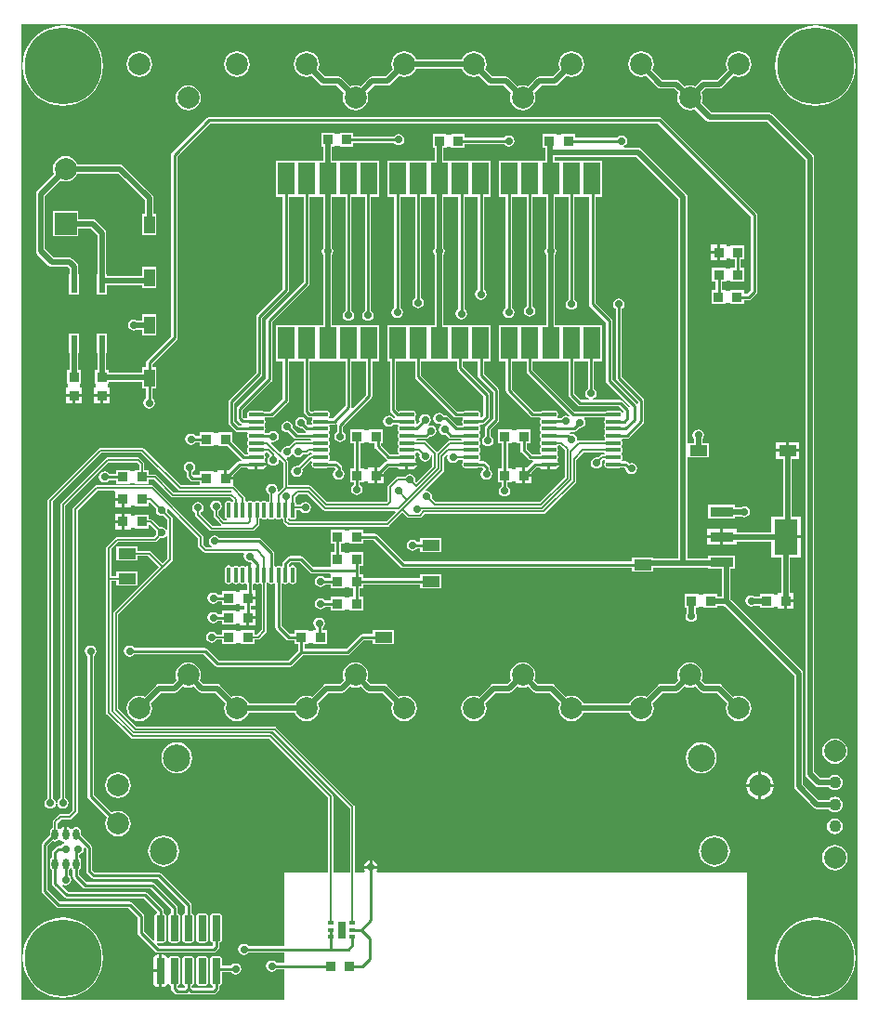
<source format=gtl>
G04*
G04 #@! TF.GenerationSoftware,Altium Limited,Altium Designer,19.1.8 (144)*
G04*
G04 Layer_Physical_Order=1*
G04 Layer_Color=255*
%FSLAX25Y25*%
%MOIN*%
G70*
G01*
G75*
%ADD14C,0.01000*%
%ADD18C,0.00600*%
%ADD19C,0.02000*%
%ADD43O,0.02362X0.03937*%
%ADD44R,0.08465X0.12598*%
%ADD45R,0.08465X0.03543*%
%ADD46R,0.03150X0.05906*%
%ADD47R,0.02362X0.01181*%
%ADD48O,0.01476X0.05512*%
%ADD49R,0.02362X0.06063*%
%ADD50O,0.05512X0.01476*%
%ADD51R,0.06299X0.03937*%
%ADD52R,0.03937X0.06299*%
%ADD53R,0.03740X0.03740*%
%ADD54R,0.03740X0.03740*%
%ADD55R,0.05906X0.11811*%
G04:AMPARAMS|DCode=56|XSize=29.92mil|YSize=94.49mil|CornerRadius=7.48mil|HoleSize=0mil|Usage=FLASHONLY|Rotation=180.000|XOffset=0mil|YOffset=0mil|HoleType=Round|Shape=RoundedRectangle|*
%AMROUNDEDRECTD56*
21,1,0.02992,0.07953,0,0,180.0*
21,1,0.01496,0.09449,0,0,180.0*
1,1,0.01496,-0.00748,0.03976*
1,1,0.01496,0.00748,0.03976*
1,1,0.01496,0.00748,-0.03976*
1,1,0.01496,-0.00748,-0.03976*
%
%ADD56ROUNDEDRECTD56*%
%ADD57C,0.04331*%
%ADD58C,0.07874*%
%ADD59C,0.09843*%
%ADD60C,0.27559*%
%ADD61R,0.07874X0.07874*%
%ADD62C,0.02800*%
G36*
X303878Y349500D02*
X303878Y349500D01*
X303964Y349071D01*
X304207Y348707D01*
X309878Y343035D01*
Y322000D01*
X309878Y322000D01*
X309964Y321571D01*
X310207Y321207D01*
X318645Y312769D01*
X318621Y312672D01*
X318067Y312519D01*
X315793Y314793D01*
X315429Y315036D01*
X315000Y315122D01*
X315000Y315122D01*
X305357D01*
X305280Y315616D01*
X305942Y316058D01*
X306384Y316720D01*
X306539Y317500D01*
X306384Y318280D01*
X305942Y318942D01*
X305622Y319156D01*
Y328967D01*
X308513D01*
Y341978D01*
X301533D01*
X301408Y341978D01*
X301033D01*
X300908Y341978D01*
X294053D01*
X293928Y341978D01*
X293553D01*
X293428Y341978D01*
X291631D01*
Y367342D01*
X291884Y367720D01*
X292039Y368500D01*
X291884Y369280D01*
X291631Y369658D01*
Y388022D01*
X293428D01*
X293553Y388022D01*
X293928D01*
X294053Y388022D01*
X296359D01*
Y351143D01*
X296058Y350942D01*
X295616Y350280D01*
X295461Y349500D01*
X295616Y348720D01*
X296058Y348058D01*
X296720Y347616D01*
X297500Y347461D01*
X298280Y347616D01*
X298942Y348058D01*
X299384Y348720D01*
X299539Y349500D01*
X299384Y350280D01*
X298942Y350942D01*
X298602Y351169D01*
Y388022D01*
X300908D01*
X301033Y388022D01*
X301408D01*
X301533Y388022D01*
X303878D01*
Y349500D01*
D02*
G37*
G36*
X208369Y369658D02*
X208116Y369280D01*
X207961Y368500D01*
X208116Y367720D01*
X208369Y367342D01*
Y341978D01*
X206572D01*
X206447Y341978D01*
X206072D01*
X205947Y341978D01*
X198967D01*
Y341978D01*
X198592D01*
Y341978D01*
X191487D01*
Y328967D01*
X193918D01*
Y315504D01*
X189492Y311078D01*
X187134D01*
X186926Y311217D01*
X186404Y311321D01*
X182368D01*
X181846Y311217D01*
X181403Y310922D01*
X181108Y310479D01*
X181004Y309957D01*
X181108Y309435D01*
X181299Y309148D01*
X181094Y308665D01*
X181078Y308648D01*
X179938D01*
X179622Y308965D01*
Y311535D01*
X189793Y321707D01*
X189793Y321707D01*
X190036Y322071D01*
X190122Y322500D01*
Y343035D01*
X203293Y356207D01*
X203293Y356207D01*
X203536Y356571D01*
X203622Y357000D01*
Y388022D01*
X205947D01*
X206072Y388022D01*
X206447D01*
X206572Y388022D01*
X208369D01*
Y369658D01*
D02*
G37*
G36*
X201378Y357465D02*
X188207Y344293D01*
X187964Y343929D01*
X187878Y343500D01*
X187878Y343500D01*
Y322965D01*
X177707Y312793D01*
X177464Y312429D01*
X177378Y312000D01*
X177378Y312000D01*
Y308500D01*
X177378Y308500D01*
X177464Y308071D01*
X177707Y307707D01*
X178681Y306733D01*
X178681Y306733D01*
X179044Y306490D01*
X179196Y306460D01*
X179147Y305960D01*
X178126D01*
X176622Y307465D01*
Y314035D01*
X186293Y323707D01*
X186293Y323707D01*
X186536Y324071D01*
X186622Y324500D01*
X186622Y324500D01*
Y344535D01*
X195832Y353746D01*
X195832Y353746D01*
X196075Y354110D01*
X196161Y354539D01*
X196161Y354539D01*
Y388022D01*
X198592D01*
Y388022D01*
X198967D01*
Y388022D01*
X201378D01*
Y357465D01*
D02*
G37*
G36*
X303379Y319156D02*
X303058Y318942D01*
X302616Y318280D01*
X302461Y317500D01*
X302616Y316720D01*
X303058Y316058D01*
X303720Y315616D01*
X303643Y315122D01*
X300965D01*
X298622Y317465D01*
Y328967D01*
X300908D01*
X301033Y328967D01*
X301408D01*
X301533Y328967D01*
X303379D01*
Y319156D01*
D02*
G37*
G36*
X296378Y317000D02*
X296378Y317000D01*
X296464Y316571D01*
X296707Y316207D01*
X299707Y313207D01*
X300071Y312964D01*
X300500Y312878D01*
X300500Y312878D01*
X314535D01*
X316338Y311075D01*
X316282Y310748D01*
X316041Y310600D01*
X315847Y310547D01*
X315597Y310922D01*
X315154Y311217D01*
X314632Y311321D01*
X310596D01*
X310074Y311217D01*
X309866Y311078D01*
X298508D01*
X283641Y325945D01*
Y328967D01*
X285947D01*
X286072Y328967D01*
X286447D01*
X286572Y328967D01*
X293428D01*
X293553Y328967D01*
X293928D01*
X294053Y328967D01*
X296378D01*
Y317000D01*
D02*
G37*
G36*
X256359Y326520D02*
X256359Y326520D01*
X256444Y326091D01*
X256687Y325727D01*
X265879Y316535D01*
Y309465D01*
X265339Y308925D01*
X265175Y308957D01*
X264943Y309349D01*
X264909Y309518D01*
X264996Y309957D01*
X264892Y310479D01*
X264597Y310922D01*
X264154Y311217D01*
X263632Y311321D01*
X259596D01*
X259074Y311217D01*
X258866Y311078D01*
X256508D01*
X243641Y323945D01*
Y328967D01*
X245947D01*
X246072Y328967D01*
X246447D01*
X246572Y328967D01*
X253428D01*
X253553Y328967D01*
X253928D01*
X254053Y328967D01*
X256359D01*
Y326520D01*
D02*
G37*
G36*
X223839Y316925D02*
X219041Y312128D01*
X218581Y312374D01*
X218602Y312480D01*
X218602Y312480D01*
Y328967D01*
X220908D01*
X221033Y328967D01*
X221408D01*
X221533Y328967D01*
X223839D01*
Y316925D01*
D02*
G37*
G36*
X216359Y312945D02*
X211933Y308519D01*
X210789D01*
X210647Y308869D01*
X210615Y309019D01*
X210892Y309435D01*
X210996Y309957D01*
X210892Y310479D01*
X210597Y310922D01*
X210154Y311217D01*
X209632Y311321D01*
X205596D01*
X205074Y311217D01*
X204866Y311078D01*
X204008D01*
X203641Y311445D01*
Y328967D01*
X205947D01*
X206072Y328967D01*
X206447D01*
X206572Y328967D01*
X213428D01*
X213553Y328967D01*
X213928D01*
X214053Y328967D01*
X216359D01*
Y312945D01*
D02*
G37*
G36*
X281398Y325480D02*
X281398Y325480D01*
X281484Y325051D01*
X281727Y324687D01*
X296727Y309687D01*
X296408Y309298D01*
X296280Y309384D01*
X295500Y309539D01*
X294720Y309384D01*
X294058Y308942D01*
X293810Y308570D01*
X292637D01*
X292510Y308771D01*
X292421Y309070D01*
X292664Y309435D01*
X292768Y309957D01*
X292664Y310479D01*
X292368Y310922D01*
X291926Y311217D01*
X291404Y311321D01*
X287368D01*
X286846Y311217D01*
X286638Y311078D01*
X284008D01*
X276161Y318925D01*
Y328967D01*
X278592D01*
Y328967D01*
X278967D01*
Y328967D01*
X281398D01*
Y325480D01*
D02*
G37*
G36*
X241398Y323480D02*
X241398Y323480D01*
X241483Y323051D01*
X241727Y322687D01*
X255250Y309164D01*
X255250Y309164D01*
X255614Y308921D01*
X256043Y308835D01*
X258439D01*
X258582Y308485D01*
X258613Y308335D01*
X258336Y307920D01*
X258232Y307398D01*
X258336Y306875D01*
X258613Y306460D01*
X258582Y306310D01*
X258439Y305960D01*
X256626D01*
X253293Y309293D01*
X252929Y309536D01*
X252500Y309622D01*
X252500Y309622D01*
X251656D01*
X251442Y309942D01*
X250780Y310384D01*
X250000Y310539D01*
X249220Y310384D01*
X248558Y309942D01*
X248116Y309280D01*
X247961Y308500D01*
X248116Y307720D01*
X248558Y307058D01*
X249220Y306616D01*
X250000Y306461D01*
X250619Y306584D01*
X250814Y306113D01*
X250558Y305942D01*
X250116Y305280D01*
X249961Y304500D01*
X250116Y303720D01*
X250558Y303058D01*
X251220Y302616D01*
X252000Y302461D01*
X252378Y302536D01*
X253427Y301486D01*
X253427Y301486D01*
X253791Y301243D01*
X254221Y301158D01*
X254221Y301158D01*
X257858D01*
X258124Y300658D01*
X258112Y300640D01*
X258107Y300638D01*
X253921D01*
X253569Y300568D01*
X253272Y300369D01*
X249515Y296613D01*
X249149Y296649D01*
X245428Y300369D01*
X245131Y300568D01*
X244779Y300638D01*
X241893D01*
X241888Y300640D01*
X241876Y300658D01*
X242142Y301158D01*
X245280D01*
X245280Y301158D01*
X245709Y301243D01*
X246073Y301486D01*
X246622Y302036D01*
X247000Y301961D01*
X247780Y302116D01*
X248442Y302558D01*
X248884Y303220D01*
X249039Y304000D01*
X248884Y304780D01*
X248442Y305442D01*
X247780Y305884D01*
X247000Y306039D01*
X246381Y305916D01*
X246186Y306387D01*
X246442Y306558D01*
X246884Y307220D01*
X247039Y308000D01*
X246884Y308780D01*
X246442Y309442D01*
X245780Y309884D01*
X245000Y310039D01*
X244220Y309884D01*
X243558Y309442D01*
X243116Y308780D01*
X242961Y308000D01*
X243036Y307622D01*
X242097Y306683D01*
X242006Y306723D01*
X241684Y306978D01*
X241768Y307398D01*
X241664Y307920D01*
X241368Y308362D01*
X241347Y308377D01*
Y308978D01*
X241368Y308992D01*
X241664Y309435D01*
X241768Y309957D01*
X241664Y310479D01*
X241368Y310922D01*
X240926Y311217D01*
X240404Y311321D01*
X236368D01*
X235846Y311217D01*
X235638Y311078D01*
X235508D01*
X234622Y311965D01*
Y328967D01*
X238592D01*
Y328967D01*
X238967D01*
Y328967D01*
X241398D01*
Y323480D01*
D02*
G37*
G36*
X201398Y310980D02*
X201398Y310980D01*
X201483Y310551D01*
X201727Y310187D01*
X202750Y309164D01*
X202750Y309164D01*
X203114Y308921D01*
X203543Y308835D01*
X204439D01*
X204582Y308485D01*
X204613Y308335D01*
X204336Y307920D01*
X204232Y307398D01*
X204336Y306875D01*
X204527Y306589D01*
X204322Y306106D01*
X204306Y306089D01*
X202997D01*
X202464Y306622D01*
X202539Y307000D01*
X202384Y307780D01*
X201942Y308442D01*
X201280Y308884D01*
X200500Y309039D01*
X199720Y308884D01*
X199058Y308442D01*
X198616Y307780D01*
X198461Y307000D01*
X198616Y306220D01*
X199058Y305558D01*
X199720Y305116D01*
X200500Y304961D01*
X200878Y305036D01*
X201740Y304174D01*
X202103Y303931D01*
X202255Y303901D01*
X202206Y303401D01*
X199185D01*
X197464Y305122D01*
X197539Y305500D01*
X197384Y306280D01*
X196942Y306942D01*
X196280Y307384D01*
X195500Y307539D01*
X194720Y307384D01*
X194058Y306942D01*
X193616Y306280D01*
X193461Y305500D01*
X193616Y304720D01*
X194058Y304058D01*
X194720Y303616D01*
X195500Y303461D01*
X195878Y303536D01*
X197927Y301486D01*
X197927Y301486D01*
X198291Y301243D01*
X198721Y301158D01*
X203991D01*
X204283Y300658D01*
X204247Y300594D01*
X204142Y300528D01*
X198610D01*
X198259Y300458D01*
X197961Y300259D01*
X196118Y298416D01*
X195500Y298539D01*
X194720Y298384D01*
X194058Y297942D01*
X193616Y297280D01*
X193468Y296537D01*
X193325Y296445D01*
X192989Y296309D01*
X189684Y299613D01*
X189931Y300074D01*
X190500Y299961D01*
X191280Y300116D01*
X191942Y300558D01*
X192384Y301220D01*
X192539Y302000D01*
X192384Y302780D01*
X191942Y303442D01*
X191280Y303884D01*
X190500Y304039D01*
X189720Y303884D01*
X189058Y303442D01*
X188945Y303272D01*
X187815D01*
X187640Y303454D01*
X187368Y303874D01*
X187664Y304316D01*
X187768Y304839D01*
X187664Y305361D01*
X187368Y305803D01*
X187347Y305817D01*
Y306419D01*
X187368Y306433D01*
X187664Y306875D01*
X187768Y307398D01*
X187664Y307920D01*
X187387Y308335D01*
X187418Y308485D01*
X187561Y308835D01*
X189957D01*
X189957Y308835D01*
X190386Y308921D01*
X190750Y309164D01*
X195832Y314246D01*
X196075Y314610D01*
X196161Y315039D01*
X196161Y315039D01*
Y328967D01*
X198592D01*
Y328967D01*
X198967D01*
Y328967D01*
X201398D01*
Y310980D01*
D02*
G37*
G36*
X309582Y308485D02*
X309613Y308335D01*
X309336Y307920D01*
X309232Y307398D01*
X309336Y306875D01*
X309632Y306433D01*
X309653Y306419D01*
Y305817D01*
X309632Y305803D01*
X309336Y305361D01*
X309232Y304839D01*
X309336Y304316D01*
X309632Y303874D01*
X309653Y303860D01*
Y303258D01*
X309632Y303244D01*
X309336Y302802D01*
X309232Y302279D01*
X309336Y301757D01*
X309632Y301315D01*
X309415Y300877D01*
X309178Y300638D01*
X300220D01*
X299928Y300580D01*
X299706Y300746D01*
X299528Y300941D01*
X299539Y301000D01*
X299384Y301780D01*
X298942Y302442D01*
X298280Y302884D01*
X297500Y303039D01*
X297200Y302979D01*
X296942Y303220D01*
X297099Y303717D01*
X298339D01*
X298339Y303717D01*
X298768Y303802D01*
X299132Y304046D01*
X300122Y305036D01*
X300500Y304961D01*
X301280Y305116D01*
X301942Y305558D01*
X302384Y306220D01*
X302539Y307000D01*
X302384Y307780D01*
X302013Y308335D01*
X302185Y308835D01*
X309439D01*
X309582Y308485D01*
D02*
G37*
G36*
X156351Y282851D02*
X156649Y282652D01*
X157000Y282582D01*
X175395D01*
X175515Y282412D01*
X175250Y281918D01*
X154880D01*
X148724Y288074D01*
X148426Y288273D01*
X148075Y288343D01*
X145817D01*
Y289895D01*
X144264D01*
Y292154D01*
X144194Y292505D01*
X143995Y292802D01*
X142649Y294149D01*
X142351Y294348D01*
X142000Y294418D01*
X131000D01*
X130649Y294348D01*
X130351Y294149D01*
X114351Y278149D01*
X114152Y277851D01*
X114082Y277500D01*
Y172292D01*
X113558Y171942D01*
X113116Y171280D01*
X113005Y170722D01*
X112495D01*
X112384Y171280D01*
X111942Y171942D01*
X111418Y172292D01*
Y278620D01*
X128880Y296082D01*
X143120D01*
X156351Y282851D01*
D02*
G37*
G36*
X208354Y275651D02*
X208652Y275452D01*
X209003Y275382D01*
X234326D01*
X234517Y274920D01*
X231014Y271418D01*
X196380D01*
X195874Y271923D01*
Y272600D01*
X195922Y272632D01*
X195935Y272653D01*
X196537D01*
X196551Y272632D01*
X196994Y272336D01*
X197516Y272232D01*
X198038Y272336D01*
X198480Y272632D01*
X198776Y273074D01*
X198880Y273597D01*
Y275582D01*
X200208D01*
X200558Y275058D01*
X201220Y274616D01*
X202000Y274461D01*
X202780Y274616D01*
X203442Y275058D01*
X203884Y275720D01*
X204039Y276500D01*
X203884Y277280D01*
X203442Y277942D01*
X202780Y278384D01*
X202000Y278539D01*
X201220Y278384D01*
X200558Y277942D01*
X200208Y277418D01*
X198880D01*
Y277632D01*
X198776Y278154D01*
X198480Y278597D01*
X198433Y278628D01*
Y280136D01*
X199680Y281382D01*
X202623D01*
X208354Y275651D01*
D02*
G37*
G36*
X152582Y266117D02*
Y258380D01*
X150750Y256548D01*
X146649Y260649D01*
X146351Y260848D01*
X146000Y260918D01*
X141750D01*
Y262568D01*
X134250D01*
Y257432D01*
X141750D01*
Y259082D01*
X145620D01*
X149452Y255250D01*
X133351Y239149D01*
X133152Y238851D01*
X133082Y238500D01*
Y204000D01*
X133152Y203649D01*
X133351Y203351D01*
X140351Y196351D01*
X140649Y196152D01*
X141000Y196082D01*
X190620D01*
X218000Y168703D01*
Y145649D01*
X212000D01*
Y172917D01*
X211930Y173268D01*
X211732Y173566D01*
X190149Y195149D01*
X189851Y195348D01*
X189500Y195418D01*
X140380D01*
X132418Y203380D01*
Y250082D01*
X134250D01*
Y248431D01*
X141750D01*
Y253569D01*
X134250D01*
Y251918D01*
X132418D01*
Y261620D01*
X134880Y264082D01*
X148000D01*
X148351Y264152D01*
X148649Y264351D01*
X149882Y265584D01*
X150500Y265461D01*
X151280Y265616D01*
X151942Y266058D01*
X152082Y266268D01*
X152582Y266117D01*
D02*
G37*
G36*
X400000Y100000D02*
X360649D01*
Y145000D01*
X360459Y145459D01*
X360000Y145649D01*
X227751D01*
X227484Y146149D01*
X227761Y146564D01*
X227848Y147000D01*
X223152D01*
X223239Y146564D01*
X223516Y146149D01*
X223249Y145649D01*
X219835D01*
Y169083D01*
X219765Y169434D01*
X219566Y169731D01*
X191649Y197649D01*
X191351Y197848D01*
X191000Y197918D01*
X141380D01*
X134918Y204380D01*
Y238120D01*
X151399Y254601D01*
X154149Y257351D01*
X154348Y257649D01*
X154418Y258000D01*
Y272500D01*
X154348Y272851D01*
X154149Y273149D01*
X152416Y274882D01*
X152539Y275500D01*
X152426Y276069D01*
X152887Y276315D01*
X163582Y265620D01*
Y263000D01*
X163652Y262649D01*
X163851Y262351D01*
X165551Y260651D01*
X165849Y260452D01*
X166200Y260382D01*
X179988D01*
X180224Y259941D01*
X180116Y259780D01*
X179961Y259000D01*
X180116Y258220D01*
X180558Y257558D01*
X181220Y257116D01*
X182000Y256961D01*
X182378Y257036D01*
X182869Y256545D01*
X182661Y256156D01*
Y252386D01*
X181661D01*
Y256076D01*
X181483Y256041D01*
X180908Y255657D01*
X180908Y255657D01*
X180896Y255642D01*
X180567Y255368D01*
X180124Y255664D01*
X179602Y255768D01*
X179080Y255664D01*
X178638Y255368D01*
X178623Y255347D01*
X178022D01*
X178008Y255368D01*
X177566Y255664D01*
X177043Y255768D01*
X176521Y255664D01*
X176078Y255368D01*
X176065Y255347D01*
X175463D01*
X175449Y255368D01*
X175006Y255664D01*
X174484Y255768D01*
X173962Y255664D01*
X173520Y255368D01*
X173224Y254926D01*
X173120Y254403D01*
Y250368D01*
X173224Y249846D01*
X173520Y249403D01*
X173962Y249108D01*
X174484Y249004D01*
X175006Y249108D01*
X175449Y249403D01*
X175463Y249424D01*
X176065D01*
X176078Y249403D01*
X176521Y249108D01*
X177043Y249004D01*
X177566Y249108D01*
X178008Y249403D01*
X178022Y249424D01*
X178623D01*
X178638Y249403D01*
X179080Y249108D01*
X179602Y249004D01*
X180124Y249108D01*
X180567Y249403D01*
X180896Y249130D01*
X180908Y249115D01*
X180908Y249115D01*
X181040Y249027D01*
Y246870D01*
X178476D01*
Y246224D01*
X177213D01*
X177124Y246284D01*
Y246470D01*
X172184D01*
Y245122D01*
X170656D01*
X170442Y245442D01*
X169780Y245884D01*
X169000Y246039D01*
X168220Y245884D01*
X167558Y245442D01*
X167116Y244780D01*
X166961Y244000D01*
X167116Y243220D01*
X167558Y242558D01*
X168220Y242116D01*
X169000Y241961D01*
X169780Y242116D01*
X170442Y242558D01*
X170656Y242879D01*
X172184D01*
Y241530D01*
X177124D01*
Y241716D01*
X177213Y241776D01*
X178476D01*
Y241130D01*
X180225D01*
Y239870D01*
X178476D01*
Y239224D01*
X177213D01*
X177124Y239284D01*
Y239470D01*
X172184D01*
Y238122D01*
X170656D01*
X170442Y238442D01*
X169780Y238884D01*
X169000Y239039D01*
X168220Y238884D01*
X167558Y238442D01*
X167116Y237780D01*
X166961Y237000D01*
X167116Y236220D01*
X167558Y235558D01*
X168220Y235116D01*
X169000Y234961D01*
X169780Y235116D01*
X170442Y235558D01*
X170656Y235878D01*
X172184D01*
Y234530D01*
X177124D01*
Y234716D01*
X177213Y234776D01*
X178476D01*
Y234130D01*
X180847D01*
Y237000D01*
X181346D01*
Y237500D01*
X184216D01*
Y239870D01*
X182468D01*
Y241130D01*
X184216D01*
Y243500D01*
X181346D01*
Y244500D01*
X184216D01*
Y246870D01*
X183283D01*
Y249027D01*
X183415Y249115D01*
X183415Y249115D01*
X183427Y249130D01*
X183756Y249403D01*
X184198Y249108D01*
X184721Y249004D01*
X185243Y249108D01*
X185685Y249403D01*
X186123Y249187D01*
X186362Y248950D01*
Y232660D01*
X184620Y230918D01*
X183817D01*
Y232470D01*
X178876D01*
Y232284D01*
X178787Y232224D01*
X177213D01*
X177124Y232284D01*
Y232470D01*
X172184D01*
Y230918D01*
X170292D01*
X169942Y231442D01*
X169280Y231884D01*
X168500Y232039D01*
X167720Y231884D01*
X167058Y231442D01*
X166616Y230780D01*
X166461Y230000D01*
X166616Y229220D01*
X167058Y228558D01*
X167720Y228116D01*
X168500Y227961D01*
X169280Y228116D01*
X169942Y228558D01*
X170292Y229082D01*
X172184D01*
Y227530D01*
X177124D01*
Y227716D01*
X177213Y227776D01*
X178787D01*
X178876Y227716D01*
Y227530D01*
X183817D01*
Y229082D01*
X185000D01*
X185351Y229152D01*
X185649Y229351D01*
X187928Y231631D01*
X188127Y231928D01*
X188197Y232279D01*
Y249372D01*
X188244Y249403D01*
X188258Y249424D01*
X188860D01*
X188874Y249403D01*
X189316Y249108D01*
X189839Y249004D01*
X190361Y249108D01*
X190776Y249385D01*
X190926Y249353D01*
X191276Y249211D01*
Y233602D01*
X191276Y233602D01*
X191361Y233173D01*
X191605Y232809D01*
X195207Y229207D01*
X195207Y229207D01*
X195571Y228964D01*
X196000Y228878D01*
X196000Y228878D01*
X198184D01*
Y227530D01*
X199532D01*
Y225118D01*
X196035Y221621D01*
X170965D01*
X166793Y225793D01*
X166429Y226036D01*
X166000Y226122D01*
X166000Y226121D01*
X140656D01*
X140442Y226442D01*
X139780Y226884D01*
X139000Y227039D01*
X138220Y226884D01*
X137558Y226442D01*
X137116Y225780D01*
X136961Y225000D01*
X137116Y224220D01*
X137558Y223558D01*
X138220Y223116D01*
X139000Y222961D01*
X139780Y223116D01*
X140442Y223558D01*
X140656Y223879D01*
X165535D01*
X169707Y219707D01*
X169707Y219707D01*
X170071Y219464D01*
X170500Y219378D01*
X170500Y219378D01*
X196500D01*
X196500Y219378D01*
X196929Y219464D01*
X197293Y219707D01*
X201118Y223532D01*
X217154D01*
X217154Y223532D01*
X217583Y223617D01*
X217947Y223861D01*
X222965Y228878D01*
X226250D01*
Y227432D01*
X233750D01*
Y232569D01*
X226250D01*
Y231121D01*
X222500D01*
X222500Y231122D01*
X222071Y231036D01*
X221707Y230793D01*
X221707Y230793D01*
X216689Y225775D01*
X201775D01*
Y227530D01*
X203124D01*
Y227716D01*
X203213Y227776D01*
X204787D01*
X204876Y227716D01*
Y227530D01*
X209817D01*
Y232470D01*
X208121D01*
Y233344D01*
X208442Y233558D01*
X208884Y234220D01*
X209039Y235000D01*
X208884Y235780D01*
X208442Y236442D01*
X207780Y236884D01*
X207000Y237039D01*
X206220Y236884D01*
X205558Y236442D01*
X205116Y235780D01*
X204961Y235000D01*
X205116Y234220D01*
X205558Y233558D01*
X205878Y233344D01*
Y232470D01*
X204876D01*
Y232284D01*
X204787Y232224D01*
X203213D01*
X203124Y232284D01*
Y232470D01*
X198184D01*
Y231121D01*
X196465D01*
X193519Y234067D01*
Y249211D01*
X193869Y249353D01*
X194019Y249385D01*
X194434Y249108D01*
X194957Y249004D01*
X195479Y249108D01*
X195922Y249403D01*
X195935Y249424D01*
X196537D01*
X196551Y249403D01*
X196994Y249108D01*
X197516Y249004D01*
X198038Y249108D01*
X198480Y249403D01*
X198776Y249846D01*
X198880Y250368D01*
Y254403D01*
X198776Y254926D01*
X198480Y255368D01*
X198038Y255664D01*
X197516Y255768D01*
X196994Y255664D01*
X196608Y255406D01*
X196156Y255586D01*
X196109Y256023D01*
X196965Y256878D01*
X200035D01*
X203707Y253207D01*
X203707Y253207D01*
X204071Y252964D01*
X204500Y252878D01*
X210962D01*
X211184Y252470D01*
Y251121D01*
X209156D01*
X208942Y251442D01*
X208280Y251884D01*
X207500Y252039D01*
X206720Y251884D01*
X206058Y251442D01*
X205616Y250780D01*
X205461Y250000D01*
X205616Y249220D01*
X206058Y248558D01*
X206720Y248116D01*
X207500Y247961D01*
X208280Y248116D01*
X208942Y248558D01*
X209156Y248879D01*
X211184D01*
Y247530D01*
X216124D01*
Y247716D01*
X216213Y247776D01*
X217787D01*
X217876Y247716D01*
Y247530D01*
X219225D01*
Y244470D01*
X217876D01*
Y244284D01*
X217787Y244224D01*
X216213D01*
X216124Y244284D01*
Y244470D01*
X211184D01*
Y243122D01*
X209156D01*
X208942Y243442D01*
X208280Y243884D01*
X207500Y244039D01*
X206720Y243884D01*
X206058Y243442D01*
X205616Y242780D01*
X205461Y242000D01*
X205616Y241220D01*
X206058Y240558D01*
X206720Y240116D01*
X207500Y239961D01*
X208280Y240116D01*
X208942Y240558D01*
X209156Y240879D01*
X211184D01*
Y239530D01*
X216124D01*
Y239716D01*
X216213Y239776D01*
X217787D01*
X217876Y239716D01*
Y239530D01*
X222816D01*
Y244470D01*
X221468D01*
Y247530D01*
X222816D01*
Y248879D01*
X243250D01*
Y247431D01*
X250750D01*
Y252569D01*
X243250D01*
Y251121D01*
X222816D01*
Y252470D01*
X221468D01*
Y255530D01*
X222816D01*
Y260470D01*
X217876D01*
Y260284D01*
X217787Y260224D01*
X216213D01*
X216124Y260284D01*
Y260470D01*
X214775D01*
Y263530D01*
X216124D01*
Y263716D01*
X216213Y263776D01*
X217787D01*
X217876Y263716D01*
Y263530D01*
X222816D01*
Y264879D01*
X226535D01*
X236207Y255207D01*
X236207Y255207D01*
X236571Y254964D01*
X237000Y254878D01*
X237000Y254878D01*
X319250D01*
Y253432D01*
X326750D01*
Y254841D01*
X346652D01*
Y254573D01*
X351369D01*
Y244631D01*
X349816D01*
Y245470D01*
X344876D01*
Y245284D01*
X344787Y245224D01*
X343213D01*
X343124Y245284D01*
Y245470D01*
X338183D01*
Y240530D01*
X338869D01*
Y238658D01*
X338616Y238280D01*
X338461Y237500D01*
X338616Y236720D01*
X339058Y236058D01*
X339720Y235616D01*
X340500Y235461D01*
X341280Y235616D01*
X341942Y236058D01*
X342384Y236720D01*
X342539Y237500D01*
X342384Y238280D01*
X342131Y238658D01*
Y240530D01*
X343124D01*
Y240716D01*
X343213Y240776D01*
X344787D01*
X344876Y240716D01*
Y240530D01*
X349816D01*
Y241369D01*
X352324D01*
X377369Y216324D01*
Y176500D01*
X377493Y175876D01*
X377847Y175347D01*
X384347Y168846D01*
X384876Y168493D01*
X385500Y168369D01*
X389766D01*
X390028Y168028D01*
X390605Y167585D01*
X391278Y167306D01*
X392000Y167211D01*
X392722Y167306D01*
X393395Y167585D01*
X393972Y168028D01*
X394415Y168605D01*
X394694Y169278D01*
X394789Y170000D01*
X394694Y170722D01*
X394415Y171395D01*
X393972Y171972D01*
X393395Y172415D01*
X392722Y172694D01*
X392000Y172789D01*
X391278Y172694D01*
X390605Y172415D01*
X390028Y171972D01*
X389766Y171631D01*
X386176D01*
X380631Y177176D01*
Y217000D01*
X380507Y217624D01*
X380153Y218154D01*
X354631Y243676D01*
Y254573D01*
X356316D01*
Y259316D01*
X346652D01*
Y258104D01*
X339131D01*
Y293981D01*
X339250Y294431D01*
X339631Y294431D01*
X346750D01*
Y299569D01*
X344631D01*
Y301342D01*
X344884Y301720D01*
X345039Y302500D01*
X344884Y303280D01*
X344442Y303942D01*
X343780Y304384D01*
X343000Y304539D01*
X342220Y304384D01*
X341558Y303942D01*
X341116Y303280D01*
X340961Y302500D01*
X341116Y301720D01*
X341369Y301342D01*
Y299569D01*
X339250Y299569D01*
X339131Y300019D01*
Y388000D01*
X339007Y388624D01*
X338653Y389154D01*
X322654Y405154D01*
X322124Y405507D01*
X321500Y405631D01*
X316467D01*
X316296Y406094D01*
X316303Y406131D01*
X316942Y406558D01*
X317384Y407220D01*
X317539Y408000D01*
X317384Y408780D01*
X316942Y409442D01*
X316280Y409884D01*
X315500Y410039D01*
X314720Y409884D01*
X314058Y409442D01*
X313844Y409122D01*
X298816D01*
Y410470D01*
X293876D01*
Y410284D01*
X293787Y410224D01*
X292213D01*
X292124Y410284D01*
Y410470D01*
X287183D01*
Y405530D01*
X288195D01*
Y401033D01*
X286572D01*
X286447Y401033D01*
X286072D01*
X285947Y401033D01*
X279092D01*
X278967Y401033D01*
X278592D01*
X278467Y401033D01*
X271487D01*
Y388022D01*
X273879D01*
Y348156D01*
X273558Y347942D01*
X273116Y347280D01*
X272961Y346500D01*
X273116Y345720D01*
X273558Y345058D01*
X274220Y344616D01*
X275000Y344461D01*
X275780Y344616D01*
X276442Y345058D01*
X276884Y345720D01*
X277039Y346500D01*
X276884Y347280D01*
X276442Y347942D01*
X276121Y348156D01*
Y388022D01*
X278467D01*
X278592Y388022D01*
X278967D01*
X279092Y388022D01*
X281379D01*
Y348656D01*
X281058Y348442D01*
X280616Y347780D01*
X280461Y347000D01*
X280616Y346220D01*
X281058Y345558D01*
X281720Y345116D01*
X282500Y344961D01*
X283280Y345116D01*
X283942Y345558D01*
X284384Y346220D01*
X284539Y347000D01*
X284384Y347780D01*
X283942Y348442D01*
X283622Y348656D01*
Y388022D01*
X285947D01*
X286072Y388022D01*
X286447D01*
X286572Y388022D01*
X288369D01*
Y369658D01*
X288116Y369280D01*
X287961Y368500D01*
X288116Y367720D01*
X288369Y367342D01*
Y341978D01*
X286572D01*
X286447Y341978D01*
X286072D01*
X285947Y341978D01*
X278967D01*
Y341978D01*
X278592D01*
Y341978D01*
X271487D01*
Y328967D01*
X273918D01*
Y318461D01*
X273918Y318461D01*
X274003Y318031D01*
X274246Y317668D01*
X282750Y309164D01*
X282750Y309164D01*
X283114Y308921D01*
X283543Y308835D01*
X286211D01*
X286353Y308485D01*
X286385Y308335D01*
X286108Y307920D01*
X286004Y307398D01*
X286108Y306875D01*
X286403Y306433D01*
X286424Y306419D01*
Y305817D01*
X286403Y305803D01*
X286108Y305361D01*
X286004Y304839D01*
X286108Y304316D01*
X286403Y303874D01*
X286424Y303860D01*
Y303258D01*
X286403Y303244D01*
X286108Y302802D01*
X286004Y302279D01*
X286108Y301757D01*
X286403Y301315D01*
X286424Y301301D01*
Y300699D01*
X286403Y300685D01*
X286108Y300243D01*
X286004Y299721D01*
X286108Y299198D01*
X286403Y298756D01*
X286424Y298742D01*
Y298140D01*
X286403Y298126D01*
X286108Y297684D01*
X286004Y297161D01*
X286108Y296639D01*
X286385Y296224D01*
X286353Y296074D01*
X286211Y295724D01*
X283362D01*
X281468Y297618D01*
Y299530D01*
X282817D01*
Y304470D01*
X277876D01*
Y304284D01*
X277787Y304224D01*
X276213D01*
X276124Y304284D01*
Y304470D01*
X271183D01*
Y299530D01*
X272532D01*
Y290470D01*
X271183D01*
Y285530D01*
X272378D01*
Y284156D01*
X272058Y283942D01*
X271616Y283280D01*
X271461Y282500D01*
X271616Y281720D01*
X272058Y281058D01*
X272720Y280616D01*
X273500Y280461D01*
X274280Y280616D01*
X274942Y281058D01*
X275384Y281720D01*
X275539Y282500D01*
X275384Y283280D01*
X274942Y283942D01*
X274622Y284156D01*
Y285530D01*
X276124D01*
Y285716D01*
X276213Y285776D01*
X277476D01*
Y285130D01*
X279847D01*
Y288000D01*
Y290870D01*
X277476D01*
Y290224D01*
X276213D01*
X276124Y290284D01*
Y290470D01*
X274775D01*
Y299530D01*
X276124D01*
Y299716D01*
X276213Y299776D01*
X277787D01*
X277876Y299716D01*
Y299530D01*
X279225D01*
Y297154D01*
X279225Y297153D01*
X279310Y296724D01*
X279553Y296360D01*
X282105Y293809D01*
X282468Y293566D01*
X282898Y293481D01*
X282898Y293481D01*
X283661D01*
X283813Y292981D01*
X283597Y292836D01*
X283597Y292836D01*
X281630Y290870D01*
X280847D01*
Y288500D01*
X283217D01*
Y289284D01*
X284854Y290922D01*
X286027D01*
X286115Y290790D01*
X286690Y290406D01*
X287368Y290271D01*
X288886D01*
Y292043D01*
X289386D01*
Y292543D01*
X293076D01*
X293041Y292722D01*
X292657Y293297D01*
X292657Y293297D01*
X292642Y293309D01*
X292642Y293309D01*
X292642Y293309D01*
X292368Y293638D01*
X292664Y294080D01*
X292768Y294602D01*
X292664Y295125D01*
X292368Y295567D01*
X292347Y295581D01*
Y296183D01*
X292368Y296197D01*
X292664Y296639D01*
X292768Y297161D01*
X292664Y297684D01*
X292368Y298126D01*
X292585Y298564D01*
X292822Y298803D01*
X293399D01*
X295082Y297120D01*
Y287380D01*
X286120Y278418D01*
X248880D01*
X247416Y279882D01*
X247539Y280500D01*
X247384Y281280D01*
X246942Y281942D01*
X246280Y282384D01*
X245500Y282539D01*
X245423Y282524D01*
X245176Y282985D01*
X251549Y289357D01*
X251748Y289655D01*
X251818Y290006D01*
Y294623D01*
X252687Y295493D01*
X252889Y295393D01*
X253100Y295198D01*
X252961Y294500D01*
X253116Y293720D01*
X253558Y293058D01*
X254220Y292616D01*
X255000Y292461D01*
X255780Y292616D01*
X256442Y293058D01*
X256792Y293582D01*
X258289D01*
X258400Y293443D01*
X258632Y293008D01*
X258336Y292565D01*
X258232Y292043D01*
X258336Y291521D01*
X258632Y291078D01*
X259074Y290783D01*
X259596Y290679D01*
X263632D01*
X264154Y290783D01*
X264362Y290922D01*
X265440D01*
X265790Y290557D01*
X265745Y290067D01*
X265558Y289942D01*
X265116Y289280D01*
X264961Y288500D01*
X265116Y287720D01*
X265558Y287058D01*
X266220Y286616D01*
X267000Y286461D01*
X267780Y286616D01*
X268442Y287058D01*
X268884Y287720D01*
X269039Y288500D01*
X268884Y289280D01*
X268442Y289942D01*
X268122Y290156D01*
Y291000D01*
X268036Y291429D01*
X267793Y291793D01*
X267793Y291793D01*
X266750Y292836D01*
X266386Y293079D01*
X265957Y293165D01*
X265957Y293165D01*
X264789D01*
X264647Y293515D01*
X264615Y293665D01*
X264892Y294080D01*
X264996Y294602D01*
X264892Y295125D01*
X264597Y295567D01*
X264576Y295581D01*
Y296183D01*
X264597Y296197D01*
X264892Y296639D01*
X264996Y297161D01*
X264892Y297684D01*
X264597Y298126D01*
X264576Y298140D01*
Y298742D01*
X264597Y298756D01*
X264892Y299198D01*
X264996Y299721D01*
X264892Y300243D01*
X264597Y300685D01*
X264576Y300699D01*
Y301301D01*
X264597Y301315D01*
X264892Y301757D01*
X264996Y302279D01*
X264892Y302802D01*
X264597Y303244D01*
X264576Y303258D01*
Y303860D01*
X264597Y303874D01*
X264892Y304316D01*
X264996Y304839D01*
X264892Y305361D01*
X264597Y305803D01*
X264868Y306223D01*
X265043Y306405D01*
X265526D01*
X265527Y306405D01*
X265956Y306490D01*
X266319Y306733D01*
X267793Y308207D01*
X267793Y308207D01*
X268036Y308571D01*
X268122Y309000D01*
Y317000D01*
X268036Y317429D01*
X267793Y317793D01*
X267793Y317793D01*
X258602Y326984D01*
Y328967D01*
X260908D01*
X261033Y328967D01*
X261408D01*
X261533Y328967D01*
X263878D01*
Y324000D01*
X263878Y324000D01*
X263964Y323571D01*
X264207Y323207D01*
X269378Y318035D01*
Y308465D01*
X266707Y305793D01*
X266464Y305429D01*
X266378Y305000D01*
X266378Y305000D01*
Y302156D01*
X266058Y301942D01*
X265616Y301280D01*
X265461Y300500D01*
X265616Y299720D01*
X266058Y299058D01*
X266720Y298616D01*
X267500Y298461D01*
X268280Y298616D01*
X268942Y299058D01*
X269384Y299720D01*
X269539Y300500D01*
X269384Y301280D01*
X268942Y301942D01*
X268621Y302156D01*
Y304535D01*
X271293Y307207D01*
X271536Y307571D01*
X271622Y308000D01*
X271621Y308000D01*
Y318500D01*
X271536Y318929D01*
X271293Y319293D01*
X271293Y319293D01*
X266122Y324465D01*
Y328967D01*
X268513D01*
Y341978D01*
X261533D01*
X261408Y341978D01*
X261033D01*
X260908Y341978D01*
X254053D01*
X253928Y341978D01*
X253553D01*
X253428Y341978D01*
X251631D01*
Y367342D01*
X251884Y367720D01*
X252039Y368500D01*
X251884Y369280D01*
X251631Y369658D01*
Y388022D01*
X253428D01*
X253553Y388022D01*
X253928D01*
X254053Y388022D01*
X256878D01*
Y347656D01*
X256558Y347442D01*
X256116Y346780D01*
X255961Y346000D01*
X256116Y345220D01*
X256558Y344558D01*
X257220Y344116D01*
X258000Y343961D01*
X258780Y344116D01*
X259442Y344558D01*
X259884Y345220D01*
X260039Y346000D01*
X259884Y346780D01*
X259442Y347442D01*
X259121Y347656D01*
Y388022D01*
X260908D01*
X261033Y388022D01*
X261408D01*
X261533Y388022D01*
X263878D01*
Y354656D01*
X263558Y354442D01*
X263116Y353780D01*
X262961Y353000D01*
X263116Y352220D01*
X263558Y351558D01*
X264220Y351116D01*
X265000Y350961D01*
X265780Y351116D01*
X266442Y351558D01*
X266884Y352220D01*
X267039Y353000D01*
X266884Y353780D01*
X266442Y354442D01*
X266122Y354656D01*
Y388022D01*
X268513D01*
Y401033D01*
X261533D01*
X261408Y401033D01*
X261033D01*
X260908Y401033D01*
X254053D01*
X253928Y401033D01*
X253553D01*
X253428Y401033D01*
X251631D01*
Y405530D01*
X252624D01*
Y405716D01*
X252713Y405776D01*
X254287D01*
X254376Y405716D01*
Y405530D01*
X259316D01*
Y406879D01*
X273344D01*
X273558Y406558D01*
X274220Y406116D01*
X275000Y405961D01*
X275780Y406116D01*
X276442Y406558D01*
X276884Y407220D01*
X277039Y408000D01*
X276884Y408780D01*
X276442Y409442D01*
X275780Y409884D01*
X275000Y410039D01*
X274220Y409884D01*
X273558Y409442D01*
X273344Y409122D01*
X259316D01*
Y410470D01*
X254376D01*
Y410284D01*
X254287Y410224D01*
X252713D01*
X252624Y410284D01*
Y410470D01*
X247684D01*
Y405530D01*
X248369D01*
Y401033D01*
X246572D01*
X246447Y401033D01*
X246072D01*
X245947Y401033D01*
X239092D01*
X238967Y401033D01*
X238592D01*
X238467Y401033D01*
X231487D01*
Y388022D01*
X233878D01*
Y348156D01*
X233558Y347942D01*
X233116Y347280D01*
X232961Y346500D01*
X233116Y345720D01*
X233558Y345058D01*
X234220Y344616D01*
X235000Y344461D01*
X235780Y344616D01*
X236442Y345058D01*
X236884Y345720D01*
X237039Y346500D01*
X236884Y347280D01*
X236442Y347942D01*
X236122Y348156D01*
Y388022D01*
X238467D01*
X238592Y388022D01*
X238967D01*
X239092Y388022D01*
X241378D01*
Y351656D01*
X241058Y351442D01*
X240616Y350780D01*
X240461Y350000D01*
X240616Y349220D01*
X241058Y348558D01*
X241720Y348116D01*
X242500Y347961D01*
X243280Y348116D01*
X243942Y348558D01*
X244384Y349220D01*
X244539Y350000D01*
X244384Y350780D01*
X243942Y351442D01*
X243621Y351656D01*
Y388022D01*
X245947D01*
X246072Y388022D01*
X246447D01*
X246572Y388022D01*
X248369D01*
Y369658D01*
X248116Y369280D01*
X247961Y368500D01*
X248116Y367720D01*
X248369Y367342D01*
Y341978D01*
X246572D01*
X246447Y341978D01*
X246072D01*
X245947Y341978D01*
X238967D01*
Y341978D01*
X238592D01*
Y341978D01*
X231487D01*
Y333128D01*
X231465Y333020D01*
X231487Y332911D01*
Y328967D01*
X232379D01*
Y311500D01*
X232378Y311500D01*
X232464Y311071D01*
X232707Y310707D01*
X234250Y309164D01*
X234250Y309164D01*
X234313Y309121D01*
X234162Y308622D01*
X233656D01*
X233442Y308942D01*
X232780Y309384D01*
X232000Y309539D01*
X231220Y309384D01*
X230558Y308942D01*
X230116Y308280D01*
X229961Y307500D01*
X230116Y306720D01*
X230558Y306058D01*
X231220Y305616D01*
X232000Y305461D01*
X232780Y305616D01*
X233442Y306058D01*
X233656Y306379D01*
X235056D01*
X235169Y306238D01*
X235403Y305803D01*
X235108Y305361D01*
X235004Y304839D01*
X235108Y304316D01*
X235403Y303874D01*
X235424Y303860D01*
Y303258D01*
X235403Y303244D01*
X235108Y302802D01*
X235004Y302279D01*
X235108Y301757D01*
X235403Y301315D01*
X235424Y301301D01*
Y300699D01*
X235403Y300685D01*
X235108Y300243D01*
X235004Y299721D01*
X235108Y299198D01*
X235403Y298756D01*
X235424Y298742D01*
Y298140D01*
X235403Y298126D01*
X235108Y297684D01*
X235004Y297161D01*
X235108Y296639D01*
X235385Y296224D01*
X235353Y296074D01*
X235211Y295724D01*
X232362D01*
X229121Y298965D01*
Y299530D01*
X229817D01*
Y304470D01*
X224876D01*
Y304284D01*
X224787Y304224D01*
X223213D01*
X223124Y304284D01*
Y304470D01*
X218183D01*
Y299530D01*
X219532D01*
Y290470D01*
X218183D01*
Y285530D01*
X219378D01*
Y284656D01*
X219058Y284442D01*
X218616Y283780D01*
X218461Y283000D01*
X218616Y282220D01*
X219058Y281558D01*
X219720Y281116D01*
X220500Y280961D01*
X221280Y281116D01*
X221942Y281558D01*
X222384Y282220D01*
X222539Y283000D01*
X222384Y283780D01*
X221942Y284442D01*
X221621Y284656D01*
Y285530D01*
X223124D01*
Y285716D01*
X223213Y285776D01*
X224476D01*
Y285130D01*
X226847D01*
Y288000D01*
Y290870D01*
X224476D01*
Y290224D01*
X223213D01*
X223124Y290284D01*
Y290470D01*
X221775D01*
Y299530D01*
X223124D01*
Y299716D01*
X223213Y299776D01*
X224787D01*
X224876Y299716D01*
Y299530D01*
X226878D01*
Y298500D01*
X226878Y298500D01*
X226964Y298071D01*
X227207Y297707D01*
X231105Y293809D01*
X231105Y293809D01*
X231347Y293647D01*
X231349Y293623D01*
X231254Y293138D01*
X230961Y293079D01*
X230597Y292836D01*
X230597Y292836D01*
X228630Y290870D01*
X227847D01*
Y288500D01*
X230217D01*
Y289284D01*
X231854Y290922D01*
X235027D01*
X235115Y290790D01*
X235690Y290406D01*
X236368Y290271D01*
X237886D01*
Y292043D01*
X238386D01*
Y292543D01*
X242076D01*
X242041Y292722D01*
X241657Y293297D01*
X241657Y293297D01*
X241642Y293309D01*
X241642Y293309D01*
X241642Y293309D01*
X241368Y293638D01*
X241664Y294080D01*
X241768Y294602D01*
X241664Y295125D01*
X241368Y295567D01*
X241585Y296005D01*
X241822Y296244D01*
X242459D01*
X243084Y295618D01*
X242961Y295000D01*
X243116Y294220D01*
X243558Y293558D01*
X244220Y293116D01*
X245000Y292961D01*
X245780Y293116D01*
X246442Y293558D01*
X246884Y294220D01*
X247039Y295000D01*
X247015Y295123D01*
X247464Y295429D01*
X247582Y295353D01*
Y291380D01*
X241750Y285548D01*
X241416Y285882D01*
X241539Y286500D01*
X241384Y287280D01*
X240942Y287942D01*
X240280Y288384D01*
X239500Y288539D01*
X238720Y288384D01*
X238058Y287942D01*
X237708Y287418D01*
X235000D01*
X234649Y287348D01*
X234351Y287149D01*
X231851Y284649D01*
X231652Y284351D01*
X231582Y284000D01*
Y278880D01*
X231120Y278418D01*
X209880D01*
X204149Y284149D01*
X203851Y284348D01*
X203500Y284418D01*
X195918D01*
Y293000D01*
X195848Y293351D01*
X195649Y293649D01*
X195309Y293989D01*
X195445Y294325D01*
X195537Y294468D01*
X196280Y294616D01*
X196942Y295058D01*
X197200Y295444D01*
X197800D01*
X198058Y295058D01*
X198720Y294616D01*
X199500Y294461D01*
X200280Y294616D01*
X200942Y295058D01*
X201292Y295582D01*
X202500D01*
X202851Y295652D01*
X203149Y295851D01*
X203541Y296244D01*
X204192D01*
X204400Y295744D01*
X204178Y295520D01*
X204102D01*
X203751Y295450D01*
X203453Y295251D01*
X199618Y291416D01*
X199000Y291539D01*
X198220Y291384D01*
X197558Y290942D01*
X197116Y290280D01*
X196961Y289500D01*
X197116Y288720D01*
X197558Y288058D01*
X198220Y287616D01*
X199000Y287461D01*
X199780Y287616D01*
X200442Y288058D01*
X200884Y288720D01*
X201039Y289500D01*
X200916Y290118D01*
X204153Y293355D01*
X204269Y293342D01*
X204290Y293328D01*
X204632Y293008D01*
X204336Y292565D01*
X204232Y292043D01*
X204336Y291521D01*
X204632Y291078D01*
X205074Y290783D01*
X205596Y290679D01*
X209632D01*
X210154Y290783D01*
X210362Y290922D01*
X212440D01*
X212790Y290557D01*
X212745Y290067D01*
X212558Y289942D01*
X212116Y289280D01*
X211961Y288500D01*
X212116Y287720D01*
X212558Y287058D01*
X213220Y286616D01*
X214000Y286461D01*
X214780Y286616D01*
X215442Y287058D01*
X215884Y287720D01*
X216039Y288500D01*
X215884Y289280D01*
X215442Y289942D01*
X215122Y290156D01*
Y291000D01*
X215036Y291429D01*
X214793Y291793D01*
X214793Y291793D01*
X213750Y292836D01*
X213386Y293079D01*
X212957Y293165D01*
X212957Y293165D01*
X210789D01*
X210647Y293515D01*
X210615Y293665D01*
X210892Y294080D01*
X210996Y294602D01*
X210892Y295125D01*
X210597Y295567D01*
X210576Y295581D01*
Y296183D01*
X210597Y296197D01*
X210892Y296639D01*
X210996Y297161D01*
X210892Y297684D01*
X210597Y298126D01*
X210576Y298140D01*
Y298742D01*
X210597Y298756D01*
X210892Y299198D01*
X210996Y299721D01*
X210892Y300243D01*
X210597Y300685D01*
X210576Y300699D01*
Y301301D01*
X210597Y301315D01*
X210892Y301757D01*
X210996Y302279D01*
X210892Y302802D01*
X210597Y303244D01*
X210576Y303258D01*
Y303860D01*
X210597Y303874D01*
X210892Y304316D01*
X210996Y304839D01*
X210892Y305361D01*
X210615Y305776D01*
X210647Y305926D01*
X210789Y306276D01*
X212398D01*
X212398Y306276D01*
X212827Y306362D01*
X212958Y306449D01*
X213408Y306148D01*
X213378Y306000D01*
X213379Y306000D01*
Y303656D01*
X213058Y303442D01*
X212616Y302780D01*
X212461Y302000D01*
X212616Y301220D01*
X213058Y300558D01*
X213720Y300116D01*
X214500Y299961D01*
X215280Y300116D01*
X215942Y300558D01*
X216384Y301220D01*
X216539Y302000D01*
X216384Y302780D01*
X215942Y303442D01*
X215621Y303656D01*
Y305535D01*
X225754Y315668D01*
X225754Y315668D01*
X225997Y316031D01*
X226082Y316461D01*
Y328967D01*
X228513D01*
Y341978D01*
X221533D01*
X221408Y341978D01*
X221033D01*
X220908Y341978D01*
X214053D01*
X213928Y341978D01*
X213553D01*
X213428Y341978D01*
X211631D01*
Y367342D01*
X211884Y367720D01*
X212039Y368500D01*
X211884Y369280D01*
X211631Y369658D01*
Y388022D01*
X213428D01*
X213553Y388022D01*
X213928D01*
X214053Y388022D01*
X216378D01*
Y347156D01*
X216058Y346942D01*
X215616Y346280D01*
X215461Y345500D01*
X215616Y344720D01*
X216058Y344058D01*
X216720Y343616D01*
X217500Y343461D01*
X218280Y343616D01*
X218942Y344058D01*
X219384Y344720D01*
X219539Y345500D01*
X219384Y346280D01*
X218942Y346942D01*
X218621Y347156D01*
Y388022D01*
X220908D01*
X221033Y388022D01*
X221408D01*
X221533Y388022D01*
X223378D01*
Y347156D01*
X223058Y346942D01*
X222616Y346280D01*
X222461Y345500D01*
X222616Y344720D01*
X223058Y344058D01*
X223720Y343616D01*
X224500Y343461D01*
X225280Y343616D01*
X225942Y344058D01*
X226384Y344720D01*
X226539Y345500D01*
X226384Y346280D01*
X225942Y346942D01*
X225622Y347156D01*
Y388022D01*
X228513D01*
Y401033D01*
X221533D01*
X221408Y401033D01*
X221033D01*
X220908Y401033D01*
X214053D01*
X213928Y401033D01*
X213553D01*
X213428Y401033D01*
X211631D01*
Y406030D01*
X212624D01*
Y406216D01*
X212713Y406276D01*
X214287D01*
X214376Y406216D01*
Y406030D01*
X219317D01*
Y407378D01*
X233844D01*
X234058Y407058D01*
X234720Y406616D01*
X235500Y406461D01*
X236280Y406616D01*
X236942Y407058D01*
X237384Y407720D01*
X237539Y408500D01*
X237384Y409280D01*
X236942Y409942D01*
X236280Y410384D01*
X235500Y410539D01*
X234720Y410384D01*
X234058Y409942D01*
X233844Y409622D01*
X219317D01*
Y410970D01*
X214376D01*
Y410784D01*
X214287Y410724D01*
X212713D01*
X212624Y410784D01*
Y410970D01*
X207683D01*
Y406030D01*
X208369D01*
Y401033D01*
X206572D01*
X206447Y401033D01*
X206072D01*
X205947Y401033D01*
X198967D01*
Y401033D01*
X198592D01*
Y401033D01*
X191487D01*
Y388022D01*
X193918D01*
Y355004D01*
X184707Y345793D01*
X184464Y345429D01*
X184378Y345000D01*
X184378Y345000D01*
Y324965D01*
X174707Y315293D01*
X174464Y314929D01*
X174378Y314500D01*
X174378Y314500D01*
Y307000D01*
X174378Y307000D01*
X174464Y306571D01*
X174707Y306207D01*
X176868Y304046D01*
X176868Y304046D01*
X177232Y303802D01*
X177661Y303717D01*
X177662Y303717D01*
X181211D01*
X181353Y303367D01*
X181385Y303217D01*
X181108Y302802D01*
X181004Y302279D01*
X181108Y301757D01*
X181403Y301315D01*
X181424Y301301D01*
Y300699D01*
X181403Y300685D01*
X181108Y300243D01*
X181004Y299721D01*
X181108Y299198D01*
X181403Y298756D01*
X181424Y298742D01*
Y298140D01*
X181403Y298126D01*
X181108Y297684D01*
X181004Y297161D01*
X181108Y296639D01*
X181385Y296224D01*
X181353Y296074D01*
X181211Y295724D01*
X180209D01*
X175817Y300116D01*
Y303470D01*
X170876D01*
Y303284D01*
X170787Y303224D01*
X169213D01*
X169124Y303284D01*
Y303470D01*
X164183D01*
Y302121D01*
X162656D01*
X162442Y302442D01*
X161780Y302884D01*
X161000Y303039D01*
X160220Y302884D01*
X159558Y302442D01*
X159116Y301780D01*
X158961Y301000D01*
X159116Y300220D01*
X159558Y299558D01*
X160220Y299116D01*
X161000Y298961D01*
X161780Y299116D01*
X162442Y299558D01*
X162656Y299879D01*
X164183D01*
Y298530D01*
X169124D01*
Y298716D01*
X169213Y298776D01*
X170787D01*
X170876Y298716D01*
Y298530D01*
X174230D01*
X178951Y293809D01*
X178951Y293809D01*
X179167Y293665D01*
X179016Y293165D01*
X178390D01*
X178390Y293165D01*
X177961Y293079D01*
X177597Y292836D01*
X177597Y292836D01*
X174630Y289870D01*
X173846D01*
Y287500D01*
X176216D01*
Y288284D01*
X178854Y290922D01*
X181027D01*
X181115Y290790D01*
X181690Y290406D01*
X182368Y290271D01*
X183886D01*
Y292043D01*
X184386D01*
Y292543D01*
X188076D01*
X188041Y292722D01*
X187657Y293297D01*
X187642Y293309D01*
X187446Y293688D01*
X187578Y293951D01*
X187664Y294080D01*
X187768Y294602D01*
X187664Y295125D01*
X187368Y295567D01*
X187585Y296005D01*
X187822Y296244D01*
X188459D01*
X189200Y295502D01*
X189151Y295004D01*
X189058Y294942D01*
X188616Y294280D01*
X188461Y293500D01*
X188616Y292720D01*
X189058Y292058D01*
X189720Y291616D01*
X190500Y291461D01*
X191280Y291616D01*
X191942Y292058D01*
X192384Y292720D01*
X192532Y293463D01*
X192675Y293555D01*
X193011Y293691D01*
X194082Y292620D01*
Y283880D01*
X192387Y282185D01*
X191926Y282431D01*
X192039Y283000D01*
X191884Y283780D01*
X191442Y284442D01*
X190780Y284884D01*
X190000Y285039D01*
X189220Y284884D01*
X188558Y284442D01*
X188116Y283780D01*
X187961Y283000D01*
X188116Y282220D01*
X188558Y281558D01*
X189002Y281262D01*
Y278682D01*
X188874Y278597D01*
X188860Y278576D01*
X188258D01*
X188244Y278597D01*
X187802Y278892D01*
X187279Y278996D01*
X186757Y278892D01*
X186315Y278597D01*
X186301Y278576D01*
X185699D01*
X185685Y278597D01*
X185243Y278892D01*
X184721Y278996D01*
X184198Y278892D01*
X183756Y278597D01*
X183742Y278576D01*
X183140D01*
X183126Y278597D01*
X182684Y278892D01*
X182161Y278996D01*
X181639Y278892D01*
X181197Y278597D01*
X180759Y278813D01*
X180520Y279050D01*
Y279898D01*
X180450Y280249D01*
X180251Y280546D01*
X176649Y284149D01*
X176351Y284348D01*
X176216Y284375D01*
Y286500D01*
X173346D01*
Y287000D01*
X172846D01*
Y289870D01*
X170476D01*
Y289224D01*
X169213D01*
X169124Y289284D01*
Y289470D01*
X164183D01*
Y288122D01*
X161965D01*
X161622Y288465D01*
Y289344D01*
X161942Y289558D01*
X162384Y290220D01*
X162539Y291000D01*
X162384Y291780D01*
X161942Y292442D01*
X161280Y292884D01*
X160500Y293039D01*
X159720Y292884D01*
X159058Y292442D01*
X158616Y291780D01*
X158461Y291000D01*
X158616Y290220D01*
X159058Y289558D01*
X159378Y289344D01*
Y288000D01*
X159378Y288000D01*
X159464Y287571D01*
X159707Y287207D01*
X160707Y286207D01*
X160707Y286207D01*
X161071Y285964D01*
X161500Y285878D01*
X164183D01*
Y284530D01*
X163730Y284418D01*
X157380D01*
X144149Y297649D01*
X143851Y297848D01*
X143500Y297918D01*
X128500D01*
X128149Y297848D01*
X127851Y297649D01*
X109851Y279649D01*
X109652Y279351D01*
X109582Y279000D01*
Y172292D01*
X109058Y171942D01*
X108616Y171280D01*
X108461Y170500D01*
X108616Y169720D01*
X109058Y169058D01*
X109720Y168616D01*
X110500Y168461D01*
X111280Y168616D01*
X111942Y169058D01*
X112384Y169720D01*
X112495Y170278D01*
X113005D01*
X113116Y169720D01*
X113558Y169058D01*
X114220Y168616D01*
X115000Y168461D01*
X115780Y168616D01*
X116442Y169058D01*
X116884Y169720D01*
X117039Y170500D01*
X116884Y171280D01*
X116442Y171942D01*
X115918Y172292D01*
Y277120D01*
X131380Y292582D01*
X141620D01*
X142429Y291774D01*
Y289895D01*
X140876D01*
Y289709D01*
X140787Y289649D01*
X139213D01*
X139124Y289709D01*
Y289895D01*
X134184D01*
Y288621D01*
X131656D01*
X131442Y288942D01*
X130780Y289384D01*
X130000Y289539D01*
X129220Y289384D01*
X128558Y288942D01*
X128116Y288280D01*
X127961Y287500D01*
X128116Y286720D01*
X128558Y286058D01*
X129220Y285616D01*
X130000Y285461D01*
X130780Y285616D01*
X131442Y286058D01*
X131656Y286379D01*
X134184D01*
Y284955D01*
X139124D01*
Y285141D01*
X139213Y285201D01*
X140787D01*
X140876Y285141D01*
Y284955D01*
X145817D01*
Y286508D01*
X147695D01*
X153851Y280351D01*
X154149Y280152D01*
X154500Y280082D01*
X175120D01*
X176107Y279095D01*
X176078Y278597D01*
X176065Y278576D01*
X175463D01*
X175449Y278597D01*
X175006Y278892D01*
X174484Y278996D01*
X173962Y278892D01*
X173520Y278597D01*
X173224Y278154D01*
X173120Y277632D01*
Y273597D01*
X173224Y273074D01*
X173520Y272632D01*
X173840Y272418D01*
X173697Y271918D01*
X172880D01*
X170918Y273880D01*
Y275208D01*
X171442Y275558D01*
X171884Y276220D01*
X172039Y277000D01*
X171884Y277780D01*
X171442Y278442D01*
X170780Y278884D01*
X170000Y279039D01*
X169220Y278884D01*
X168558Y278442D01*
X168116Y277780D01*
X167961Y277000D01*
X168116Y276220D01*
X168558Y275558D01*
X169082Y275208D01*
Y273500D01*
X169152Y273149D01*
X169351Y272851D01*
X171785Y270418D01*
X171734Y270149D01*
X171600Y269918D01*
X168880D01*
X164537Y274261D01*
X164577Y274814D01*
X164942Y275058D01*
X165384Y275720D01*
X165539Y276500D01*
X165384Y277280D01*
X164942Y277942D01*
X164280Y278384D01*
X163500Y278539D01*
X162720Y278384D01*
X162058Y277942D01*
X161616Y277280D01*
X161461Y276500D01*
X161616Y275720D01*
X162058Y275058D01*
X162582Y274708D01*
Y274000D01*
X162652Y273649D01*
X162851Y273351D01*
X167851Y268351D01*
X168149Y268152D01*
X168500Y268082D01*
X183000D01*
X183351Y268152D01*
X183649Y268351D01*
X185369Y270072D01*
X185568Y270369D01*
X185638Y270721D01*
Y272600D01*
X185685Y272632D01*
X185699Y272653D01*
X186301D01*
X186315Y272632D01*
X186757Y272336D01*
X187279Y272232D01*
X187802Y272336D01*
X188244Y272632D01*
X188258Y272653D01*
X188860D01*
X188874Y272632D01*
X189316Y272336D01*
X189839Y272232D01*
X190361Y272336D01*
X190803Y272632D01*
X190817Y272653D01*
X191419D01*
X191433Y272632D01*
X191876Y272336D01*
X192398Y272232D01*
X192920Y272336D01*
X193362Y272632D01*
X193800Y272415D01*
X194039Y272178D01*
Y271543D01*
X194109Y271192D01*
X194308Y270895D01*
X195351Y269851D01*
X195649Y269652D01*
X196000Y269582D01*
X231394D01*
X231745Y269652D01*
X232043Y269851D01*
X236947Y274755D01*
X238651Y273051D01*
X238949Y272852D01*
X239300Y272782D01*
X243200D01*
X243551Y272852D01*
X243849Y273051D01*
X244980Y274182D01*
X287494D01*
X287845Y274252D01*
X288143Y274451D01*
X299049Y285357D01*
X299248Y285655D01*
X299318Y286006D01*
Y293620D01*
X301941Y296244D01*
X309192D01*
X309400Y295744D01*
X309178Y295520D01*
X308602D01*
X308251Y295450D01*
X307954Y295251D01*
X307118Y294416D01*
X306500Y294539D01*
X305720Y294384D01*
X305058Y293942D01*
X304616Y293280D01*
X304461Y292500D01*
X304616Y291720D01*
X305058Y291058D01*
X305720Y290616D01*
X306500Y290461D01*
X307280Y290616D01*
X307942Y291058D01*
X308384Y291720D01*
X308539Y292500D01*
X308416Y293118D01*
X308982Y293685D01*
X309600D01*
X309632Y293638D01*
X309653Y293623D01*
Y293022D01*
X309632Y293008D01*
X309336Y292565D01*
X309232Y292043D01*
X309336Y291521D01*
X309632Y291078D01*
X310074Y290783D01*
X310596Y290679D01*
X314632D01*
X315154Y290783D01*
X315362Y290922D01*
X316505D01*
X316969Y290458D01*
X317116Y289720D01*
X317558Y289058D01*
X318220Y288616D01*
X319000Y288461D01*
X319780Y288616D01*
X320442Y289058D01*
X320884Y289720D01*
X321039Y290500D01*
X320884Y291280D01*
X320442Y291942D01*
X319780Y292384D01*
X319000Y292539D01*
X318220Y292384D01*
X318217Y292382D01*
X317763Y292836D01*
X317399Y293079D01*
X316970Y293165D01*
X316970Y293165D01*
X315789D01*
X315647Y293515D01*
X315615Y293665D01*
X315892Y294080D01*
X315996Y294602D01*
X315892Y295125D01*
X315597Y295567D01*
X315576Y295581D01*
Y296183D01*
X315597Y296197D01*
X315892Y296639D01*
X315996Y297161D01*
X315892Y297684D01*
X315597Y298126D01*
X315576Y298140D01*
Y298742D01*
X315597Y298756D01*
X315892Y299198D01*
X315996Y299721D01*
X315892Y300243D01*
X315597Y300685D01*
X315868Y301105D01*
X316043Y301287D01*
X317408D01*
X317408Y301287D01*
X317838Y301372D01*
X318201Y301615D01*
X323293Y306707D01*
X323293Y306707D01*
X323536Y307071D01*
X323622Y307500D01*
Y315000D01*
X323622Y315000D01*
X323536Y315429D01*
X323293Y315793D01*
X323293Y315793D01*
X315621Y323465D01*
Y347844D01*
X315942Y348058D01*
X316384Y348720D01*
X316539Y349500D01*
X316384Y350280D01*
X315942Y350942D01*
X315280Y351384D01*
X314500Y351539D01*
X313720Y351384D01*
X313058Y350942D01*
X312616Y350280D01*
X312461Y349500D01*
X312616Y348720D01*
X313058Y348058D01*
X313379Y347844D01*
Y323000D01*
X313378Y323000D01*
X313464Y322571D01*
X313707Y322207D01*
X321378Y314535D01*
Y313817D01*
X320879Y313665D01*
X320793Y313793D01*
X320793Y313793D01*
X312122Y322465D01*
Y343500D01*
X312122Y343500D01*
X312036Y343929D01*
X311793Y344293D01*
X311793Y344293D01*
X306121Y349965D01*
Y388022D01*
X308513D01*
Y401033D01*
X301533D01*
X301408Y401033D01*
X301033D01*
X300908Y401033D01*
X294053D01*
X293928Y401033D01*
X293553D01*
X293428Y401033D01*
X291458D01*
Y402369D01*
X320824D01*
X335869Y387324D01*
Y258104D01*
X326750D01*
Y258569D01*
X319250D01*
Y257121D01*
X237465D01*
X227793Y266793D01*
X227429Y267036D01*
X227000Y267122D01*
X227000Y267122D01*
X222816D01*
Y268470D01*
X217876D01*
Y268284D01*
X217787Y268224D01*
X216213D01*
X216124Y268284D01*
Y268470D01*
X211184D01*
Y263530D01*
X212532D01*
Y260470D01*
X211184D01*
Y255530D01*
X210962Y255121D01*
X204965D01*
X201293Y258793D01*
X200929Y259036D01*
X200500Y259122D01*
X200500Y259121D01*
X196500D01*
X196500Y259122D01*
X196071Y259036D01*
X195707Y258793D01*
X194164Y257250D01*
X193921Y256886D01*
X193835Y256457D01*
X193835Y256457D01*
Y255561D01*
X193485Y255418D01*
X193335Y255386D01*
X192920Y255664D01*
X192398Y255768D01*
X191876Y255664D01*
X191460Y255386D01*
X191310Y255418D01*
X190960Y255561D01*
Y260161D01*
X190960Y260161D01*
X190875Y260591D01*
X190632Y260954D01*
X190632Y260954D01*
X186293Y265293D01*
X185929Y265536D01*
X185500Y265622D01*
X185500Y265621D01*
X171156D01*
X170942Y265942D01*
X170280Y266384D01*
X169500Y266539D01*
X168720Y266384D01*
X168058Y265942D01*
X167616Y265280D01*
X167461Y264500D01*
X167616Y263720D01*
X168058Y263058D01*
X168568Y262718D01*
X168416Y262218D01*
X166580D01*
X165418Y263380D01*
Y266000D01*
X165348Y266351D01*
X165149Y266649D01*
X147649Y284149D01*
X147351Y284348D01*
X147000Y284418D01*
X127000D01*
X126649Y284348D01*
X126351Y284149D01*
X118851Y276649D01*
X118652Y276351D01*
X118582Y276000D01*
Y167880D01*
X117120Y166418D01*
X114000D01*
X113649Y166348D01*
X113351Y166149D01*
X111611Y164409D01*
X111412Y164111D01*
X111342Y163760D01*
Y161631D01*
X110976Y161387D01*
X110582Y160797D01*
X110444Y160102D01*
Y159085D01*
X107707Y156348D01*
X107464Y155984D01*
X107378Y155555D01*
X107378Y155555D01*
Y139000D01*
X107378Y139000D01*
X107464Y138571D01*
X107707Y138207D01*
X112707Y133207D01*
X112707Y133207D01*
X113071Y132964D01*
X113500Y132878D01*
X113500Y132878D01*
X138535D01*
X141878Y129535D01*
Y124000D01*
X141878Y124000D01*
X141964Y123571D01*
X142207Y123207D01*
X148207Y117207D01*
X148207Y117207D01*
X148571Y116964D01*
X149000Y116878D01*
X149000Y116878D01*
X169000D01*
X169000Y116878D01*
X169429Y116964D01*
X169793Y117207D01*
X170793Y118207D01*
X170793Y118207D01*
X171036Y118571D01*
X171122Y119000D01*
Y120401D01*
X171274Y120431D01*
X171720Y120729D01*
X172018Y121175D01*
X172123Y121701D01*
Y129654D01*
X172018Y130180D01*
X171720Y130625D01*
X171274Y130923D01*
X170748Y131028D01*
X169252D01*
X168726Y130923D01*
X168280Y130625D01*
X167982Y130180D01*
X167877Y129654D01*
Y121701D01*
X167982Y121175D01*
X168280Y120729D01*
X168726Y120431D01*
X168878Y120401D01*
Y119465D01*
X168535Y119122D01*
X149465D01*
X148650Y119936D01*
X148896Y120397D01*
X149252Y120326D01*
X150748D01*
X151274Y120431D01*
X151720Y120729D01*
X152018Y121175D01*
X152122Y121701D01*
Y129654D01*
X152018Y130180D01*
X151720Y130625D01*
X151274Y130923D01*
X151122Y130954D01*
Y132000D01*
X151036Y132429D01*
X150793Y132793D01*
X150793Y132793D01*
X145293Y138293D01*
X144929Y138536D01*
X144500Y138622D01*
X144500Y138622D01*
X116965D01*
X114773Y140813D01*
X115092Y141201D01*
X115220Y141116D01*
X116000Y140961D01*
X116780Y141116D01*
X117442Y141558D01*
X117884Y142220D01*
X118039Y143000D01*
X117884Y143780D01*
X117442Y144442D01*
X117122Y144656D01*
Y146505D01*
X117284Y146614D01*
X117592Y147075D01*
X117696Y147103D01*
X118044D01*
X118148Y147075D01*
X118456Y146614D01*
X118619Y146505D01*
Y144260D01*
X118619Y144260D01*
X118704Y143831D01*
X118947Y143467D01*
X122207Y140207D01*
X122207Y140207D01*
X122571Y139964D01*
X123000Y139878D01*
X146535D01*
X153878Y132535D01*
Y130954D01*
X153726Y130923D01*
X153280Y130625D01*
X152982Y130180D01*
X152877Y129654D01*
Y121701D01*
X152982Y121175D01*
X153280Y120729D01*
X153726Y120431D01*
X154252Y120326D01*
X155748D01*
X156274Y120431D01*
X156720Y120729D01*
X157018Y121175D01*
X157123Y121701D01*
Y129654D01*
X157018Y130180D01*
X156720Y130625D01*
X156274Y130923D01*
X156122Y130954D01*
Y133000D01*
X156122Y133000D01*
X156036Y133429D01*
X155793Y133793D01*
X155793Y133793D01*
X147793Y141793D01*
X147429Y142036D01*
X147000Y142122D01*
X147000Y142122D01*
X123465D01*
X120862Y144724D01*
Y146505D01*
X121024Y146614D01*
X121418Y147203D01*
X121556Y147898D01*
Y149472D01*
X121418Y150167D01*
X121024Y150757D01*
X120862Y150865D01*
Y152033D01*
X121280Y152116D01*
X121942Y152558D01*
X122384Y153220D01*
X122539Y154000D01*
X122484Y154278D01*
X122945Y154524D01*
X123378Y154091D01*
Y146000D01*
X123378Y146000D01*
X123464Y145571D01*
X123707Y145207D01*
X125207Y143707D01*
X125571Y143464D01*
X126000Y143378D01*
X126000Y143378D01*
X149035D01*
X158878Y133535D01*
Y130954D01*
X158726Y130923D01*
X158280Y130625D01*
X157982Y130180D01*
X157878Y129654D01*
Y121701D01*
X157982Y121175D01*
X158280Y120729D01*
X158726Y120431D01*
X159252Y120326D01*
X160748D01*
X161274Y120431D01*
X161720Y120729D01*
X162018Y121175D01*
X162122Y121701D01*
Y129654D01*
X162018Y130180D01*
X161720Y130625D01*
X161274Y130923D01*
X161122Y130954D01*
Y134000D01*
X161036Y134429D01*
X160793Y134793D01*
X160793Y134793D01*
X150293Y145293D01*
X149929Y145536D01*
X149500Y145622D01*
X149500Y145622D01*
X126465D01*
X125622Y146465D01*
Y154555D01*
X125622Y154555D01*
X125536Y154984D01*
X125293Y155348D01*
X121556Y159085D01*
Y160102D01*
X121418Y160797D01*
X121024Y161387D01*
X120435Y161780D01*
X119740Y161918D01*
X119045Y161780D01*
X118456Y161387D01*
X118411Y161319D01*
X117810D01*
X117572Y161675D01*
X116851Y162157D01*
X116500Y162227D01*
Y159315D01*
X115500D01*
Y162227D01*
X115149Y162157D01*
X114427Y161675D01*
X114190Y161319D01*
X113589Y161319D01*
X113544Y161387D01*
X113178Y161631D01*
Y163380D01*
X114380Y164582D01*
X117500D01*
X117851Y164652D01*
X118149Y164851D01*
X120149Y166851D01*
X120348Y167149D01*
X120418Y167500D01*
Y275620D01*
X127380Y282582D01*
X133402D01*
X133783Y282295D01*
X133783Y282082D01*
Y279925D01*
X136653D01*
Y279425D01*
X137153D01*
Y276555D01*
X139524D01*
Y277201D01*
X140787D01*
X140876Y277141D01*
Y276955D01*
X145817D01*
Y278213D01*
X146317Y278386D01*
X148584Y276118D01*
X148461Y275500D01*
X148616Y274720D01*
X149058Y274058D01*
X149720Y273616D01*
X150500Y273461D01*
X151119Y273584D01*
X152582Y272120D01*
Y268883D01*
X152082Y268732D01*
X151942Y268942D01*
X151280Y269384D01*
X150500Y269539D01*
X149881Y269416D01*
X147224Y272074D01*
X146926Y272273D01*
X146575Y272343D01*
X145817D01*
Y273895D01*
X140876D01*
Y273709D01*
X140787Y273649D01*
X139524D01*
Y274295D01*
X137153D01*
Y271425D01*
Y268555D01*
X139524D01*
Y269201D01*
X140787D01*
X140876Y269142D01*
Y268955D01*
X145817D01*
Y270213D01*
X146317Y270386D01*
X148584Y268118D01*
X148461Y267500D01*
X148584Y266882D01*
X147620Y265918D01*
X134500D01*
X134149Y265848D01*
X133851Y265649D01*
X130851Y262649D01*
X130652Y262351D01*
X130582Y262000D01*
Y251000D01*
Y203000D01*
X130652Y202649D01*
X130851Y202351D01*
X139351Y193851D01*
X139649Y193652D01*
X140000Y193582D01*
X189120D01*
X210165Y172537D01*
Y145649D01*
X195000D01*
X194541Y145459D01*
X194351Y145000D01*
Y119122D01*
X181656D01*
X181442Y119442D01*
X180780Y119884D01*
X180000Y120039D01*
X179220Y119884D01*
X178558Y119442D01*
X178116Y118780D01*
X177961Y118000D01*
X178116Y117220D01*
X178558Y116558D01*
X179220Y116116D01*
X180000Y115961D01*
X180780Y116116D01*
X181442Y116558D01*
X181656Y116878D01*
X194351D01*
Y113122D01*
X191656D01*
X191442Y113442D01*
X190780Y113884D01*
X190000Y114039D01*
X189220Y113884D01*
X188558Y113442D01*
X188116Y112780D01*
X187961Y112000D01*
X188116Y111220D01*
X188558Y110558D01*
X189220Y110116D01*
X190000Y109961D01*
X190780Y110116D01*
X191442Y110558D01*
X191656Y110878D01*
X194351D01*
Y100000D01*
X100000D01*
Y450000D01*
X400000D01*
Y100000D01*
D02*
G37*
G36*
X114190Y157310D02*
X114427Y156955D01*
X115149Y156473D01*
X115384Y156426D01*
Y155917D01*
X115220Y155884D01*
X114558Y155442D01*
X114344Y155122D01*
X113500D01*
X113500Y155122D01*
X113071Y155036D01*
X112707Y154793D01*
X112707Y154793D01*
X111467Y153553D01*
X111224Y153189D01*
X111138Y152760D01*
X111138Y152760D01*
Y150865D01*
X110976Y150757D01*
X110582Y150167D01*
X110444Y149472D01*
Y147898D01*
X110582Y147203D01*
X110976Y146614D01*
X111138Y146505D01*
Y141740D01*
X111138Y141740D01*
X111224Y141311D01*
X111467Y140947D01*
X115707Y136707D01*
X115707Y136707D01*
X116071Y136464D01*
X116500Y136378D01*
X144035D01*
X148878Y131535D01*
Y130954D01*
X148726Y130923D01*
X148280Y130625D01*
X147982Y130180D01*
X147878Y129654D01*
Y121701D01*
X147948Y121345D01*
X147487Y121099D01*
X144122Y124465D01*
Y130000D01*
X144036Y130429D01*
X143793Y130793D01*
X143793Y130793D01*
X139793Y134793D01*
X139429Y135036D01*
X139000Y135122D01*
X139000Y135122D01*
X113965D01*
X109622Y139465D01*
Y155091D01*
X111454Y156923D01*
X111565Y156850D01*
X112260Y156712D01*
X112955Y156850D01*
X113544Y157244D01*
X113589Y157310D01*
X114190Y157310D01*
D02*
G37*
%LPC*%
G36*
X177500Y440088D02*
X176316Y439932D01*
X175212Y439475D01*
X174264Y438748D01*
X173537Y437800D01*
X173080Y436696D01*
X172924Y435512D01*
X173080Y434327D01*
X173537Y433224D01*
X174264Y432276D01*
X175212Y431549D01*
X176316Y431092D01*
X177500Y430936D01*
X178684Y431092D01*
X179788Y431549D01*
X180736Y432276D01*
X181463Y433224D01*
X181920Y434327D01*
X182076Y435512D01*
X181920Y436696D01*
X181463Y437800D01*
X180736Y438748D01*
X179788Y439475D01*
X178684Y439932D01*
X177500Y440088D01*
D02*
G37*
G36*
X142500D02*
X141316Y439932D01*
X140212Y439475D01*
X139264Y438748D01*
X138537Y437800D01*
X138080Y436696D01*
X137924Y435512D01*
X138080Y434327D01*
X138537Y433224D01*
X139264Y432276D01*
X140212Y431549D01*
X141316Y431092D01*
X142500Y430936D01*
X143684Y431092D01*
X144788Y431549D01*
X145736Y432276D01*
X146463Y433224D01*
X146920Y434327D01*
X147076Y435512D01*
X146920Y436696D01*
X146463Y437800D01*
X145736Y438748D01*
X144788Y439475D01*
X143684Y439932D01*
X142500Y440088D01*
D02*
G37*
G36*
X357500D02*
X356316Y439932D01*
X355212Y439475D01*
X354264Y438748D01*
X353537Y437800D01*
X353080Y436696D01*
X352924Y435512D01*
X353080Y434327D01*
X353352Y433671D01*
X349722Y430041D01*
X344905D01*
X344281Y429916D01*
X343752Y429563D01*
X341841Y427652D01*
X341184Y427924D01*
X340000Y428080D01*
X338816Y427924D01*
X338159Y427652D01*
X336248Y429563D01*
X335719Y429916D01*
X335095Y430041D01*
X330278D01*
X326648Y433671D01*
X326920Y434327D01*
X327076Y435512D01*
X326920Y436696D01*
X326463Y437800D01*
X325736Y438748D01*
X324788Y439475D01*
X323684Y439932D01*
X322500Y440088D01*
X321316Y439932D01*
X320212Y439475D01*
X319264Y438748D01*
X318537Y437800D01*
X318080Y436696D01*
X317924Y435512D01*
X318080Y434327D01*
X318537Y433224D01*
X319264Y432276D01*
X320212Y431549D01*
X321316Y431092D01*
X322500Y430936D01*
X323684Y431092D01*
X324341Y431364D01*
X328449Y427256D01*
X328978Y426902D01*
X329603Y426778D01*
X334419D01*
X335852Y425345D01*
X335580Y424688D01*
X335424Y423504D01*
X335580Y422320D01*
X336037Y421216D01*
X336764Y420268D01*
X337712Y419541D01*
X338816Y419084D01*
X340000Y418928D01*
X341184Y419084D01*
X341841Y419356D01*
X345850Y415346D01*
X346380Y414993D01*
X347004Y414869D01*
X367824D01*
X381369Y401324D01*
Y181000D01*
X381493Y180376D01*
X381846Y179847D01*
X384972Y176720D01*
X385502Y176367D01*
X386126Y176243D01*
X389766D01*
X390028Y175902D01*
X390605Y175459D01*
X391278Y175180D01*
X392000Y175085D01*
X392722Y175180D01*
X393395Y175459D01*
X393972Y175902D01*
X394415Y176479D01*
X394694Y177152D01*
X394789Y177874D01*
X394694Y178596D01*
X394415Y179269D01*
X393972Y179846D01*
X393395Y180290D01*
X392722Y180568D01*
X392000Y180663D01*
X391278Y180568D01*
X390605Y180290D01*
X390028Y179846D01*
X389766Y179505D01*
X386802D01*
X384631Y181676D01*
Y402000D01*
X384507Y402624D01*
X384154Y403154D01*
X369654Y417654D01*
X369124Y418007D01*
X368500Y418131D01*
X347680D01*
X344148Y421663D01*
X344420Y422320D01*
X344576Y423504D01*
X344420Y424688D01*
X344148Y425345D01*
X345581Y426778D01*
X350397D01*
X351022Y426902D01*
X351551Y427256D01*
X355659Y431364D01*
X356316Y431092D01*
X357500Y430936D01*
X358684Y431092D01*
X359788Y431549D01*
X360736Y432276D01*
X361463Y433224D01*
X361920Y434327D01*
X362076Y435512D01*
X361920Y436696D01*
X361463Y437800D01*
X360736Y438748D01*
X359788Y439475D01*
X358684Y439932D01*
X357500Y440088D01*
D02*
G37*
G36*
X297500D02*
X296316Y439932D01*
X295212Y439475D01*
X294264Y438748D01*
X293537Y437800D01*
X293080Y436696D01*
X292924Y435512D01*
X293080Y434327D01*
X293352Y433671D01*
X290812Y431131D01*
X285996D01*
X285372Y431007D01*
X284842Y430653D01*
X281841Y427652D01*
X281184Y427924D01*
X280000Y428080D01*
X278816Y427924D01*
X278159Y427652D01*
X275157Y430653D01*
X274628Y431007D01*
X274004Y431131D01*
X269187D01*
X266648Y433671D01*
X266920Y434327D01*
X267076Y435512D01*
X266920Y436696D01*
X266463Y437800D01*
X265736Y438748D01*
X264788Y439475D01*
X263684Y439932D01*
X262500Y440088D01*
X261316Y439932D01*
X260212Y439475D01*
X259264Y438748D01*
X258537Y437800D01*
X258265Y437143D01*
X241735D01*
X241463Y437800D01*
X240736Y438748D01*
X239788Y439475D01*
X238684Y439932D01*
X237500Y440088D01*
X236316Y439932D01*
X235212Y439475D01*
X234264Y438748D01*
X233537Y437800D01*
X233080Y436696D01*
X232924Y435512D01*
X233080Y434327D01*
X233352Y433671D01*
X230813Y431131D01*
X225996D01*
X225372Y431007D01*
X224843Y430653D01*
X221841Y427652D01*
X221184Y427924D01*
X220000Y428080D01*
X218816Y427924D01*
X218159Y427652D01*
X215158Y430653D01*
X214628Y431007D01*
X214004Y431131D01*
X209188D01*
X206648Y433671D01*
X206920Y434327D01*
X207076Y435512D01*
X206920Y436696D01*
X206463Y437800D01*
X205736Y438748D01*
X204788Y439475D01*
X203684Y439932D01*
X202500Y440088D01*
X201316Y439932D01*
X200212Y439475D01*
X199264Y438748D01*
X198537Y437800D01*
X198080Y436696D01*
X197924Y435512D01*
X198080Y434327D01*
X198537Y433224D01*
X199264Y432276D01*
X200212Y431549D01*
X201316Y431092D01*
X202500Y430936D01*
X203684Y431092D01*
X204341Y431364D01*
X207358Y428346D01*
X207888Y427993D01*
X208512Y427869D01*
X213328D01*
X215852Y425345D01*
X215580Y424688D01*
X215424Y423504D01*
X215580Y422320D01*
X216037Y421216D01*
X216764Y420268D01*
X217712Y419541D01*
X218816Y419084D01*
X220000Y418928D01*
X221184Y419084D01*
X222288Y419541D01*
X223236Y420268D01*
X223963Y421216D01*
X224420Y422320D01*
X224576Y423504D01*
X224420Y424688D01*
X224148Y425345D01*
X226672Y427869D01*
X231488D01*
X232113Y427993D01*
X232642Y428346D01*
X235659Y431364D01*
X236316Y431092D01*
X237500Y430936D01*
X238684Y431092D01*
X239788Y431549D01*
X240736Y432276D01*
X241463Y433224D01*
X241735Y433881D01*
X258265D01*
X258537Y433224D01*
X259264Y432276D01*
X260212Y431549D01*
X261316Y431092D01*
X262500Y430936D01*
X263684Y431092D01*
X264341Y431364D01*
X267358Y428346D01*
X267887Y427993D01*
X268512Y427869D01*
X273328D01*
X275852Y425345D01*
X275580Y424688D01*
X275424Y423504D01*
X275580Y422320D01*
X276037Y421216D01*
X276764Y420268D01*
X277712Y419541D01*
X278816Y419084D01*
X280000Y418928D01*
X281184Y419084D01*
X282288Y419541D01*
X283236Y420268D01*
X283963Y421216D01*
X284420Y422320D01*
X284576Y423504D01*
X284420Y424688D01*
X284148Y425345D01*
X286672Y427869D01*
X291488D01*
X292112Y427993D01*
X292642Y428346D01*
X295659Y431364D01*
X296316Y431092D01*
X297500Y430936D01*
X298684Y431092D01*
X299788Y431549D01*
X300736Y432276D01*
X301463Y433224D01*
X301920Y434327D01*
X302076Y435512D01*
X301920Y436696D01*
X301463Y437800D01*
X300736Y438748D01*
X299788Y439475D01*
X298684Y439932D01*
X297500Y440088D01*
D02*
G37*
G36*
X385000Y449424D02*
X382744Y449246D01*
X380543Y448718D01*
X378452Y447852D01*
X376522Y446669D01*
X374801Y445199D01*
X373331Y443478D01*
X372148Y441548D01*
X371282Y439457D01*
X370754Y437256D01*
X370576Y435000D01*
X370754Y432744D01*
X371282Y430543D01*
X372148Y428452D01*
X373331Y426522D01*
X374801Y424801D01*
X376522Y423331D01*
X378452Y422148D01*
X380543Y421282D01*
X382744Y420754D01*
X385000Y420576D01*
X387256Y420754D01*
X389457Y421282D01*
X391548Y422148D01*
X393478Y423331D01*
X395199Y424801D01*
X396669Y426522D01*
X397852Y428452D01*
X398718Y430543D01*
X399246Y432744D01*
X399424Y435000D01*
X399246Y437256D01*
X398718Y439457D01*
X397852Y441548D01*
X396669Y443478D01*
X395199Y445199D01*
X393478Y446669D01*
X391548Y447852D01*
X389457Y448718D01*
X387256Y449246D01*
X385000Y449424D01*
D02*
G37*
G36*
X115000D02*
X112744Y449246D01*
X110543Y448718D01*
X108452Y447852D01*
X106522Y446669D01*
X104801Y445199D01*
X103331Y443478D01*
X102148Y441548D01*
X101282Y439457D01*
X100754Y437256D01*
X100576Y435000D01*
X100754Y432744D01*
X101282Y430543D01*
X102148Y428452D01*
X103331Y426522D01*
X104801Y424801D01*
X106522Y423331D01*
X108452Y422148D01*
X110543Y421282D01*
X112744Y420754D01*
X115000Y420576D01*
X117256Y420754D01*
X119457Y421282D01*
X121548Y422148D01*
X123478Y423331D01*
X125199Y424801D01*
X126669Y426522D01*
X127852Y428452D01*
X128718Y430543D01*
X129246Y432744D01*
X129424Y435000D01*
X129246Y437256D01*
X128718Y439457D01*
X127852Y441548D01*
X126669Y443478D01*
X125199Y445199D01*
X123478Y446669D01*
X121548Y447852D01*
X119457Y448718D01*
X117256Y449246D01*
X115000Y449424D01*
D02*
G37*
G36*
X160000Y428080D02*
X158816Y427924D01*
X157712Y427467D01*
X156764Y426740D01*
X156037Y425792D01*
X155580Y424688D01*
X155424Y423504D01*
X155580Y422320D01*
X156037Y421216D01*
X156764Y420268D01*
X157712Y419541D01*
X158816Y419084D01*
X160000Y418928D01*
X161184Y419084D01*
X162288Y419541D01*
X163236Y420268D01*
X163963Y421216D01*
X164420Y422320D01*
X164576Y423504D01*
X164420Y424688D01*
X163963Y425792D01*
X163236Y426740D01*
X162288Y427467D01*
X161184Y427924D01*
X160000Y428080D01*
D02*
G37*
G36*
X329000Y416622D02*
X329000Y416622D01*
X167500D01*
X167500Y416622D01*
X167071Y416536D01*
X166707Y416293D01*
X154207Y403793D01*
X153964Y403429D01*
X153878Y403000D01*
X153878Y403000D01*
Y337965D01*
X145207Y329293D01*
X144964Y328929D01*
X144878Y328500D01*
X144878Y328500D01*
Y326750D01*
X143431D01*
Y324978D01*
X131470D01*
Y325816D01*
X130631D01*
Y331758D01*
X130781D01*
Y339021D01*
X127219D01*
Y331758D01*
X127369D01*
Y325816D01*
X126530D01*
Y320876D01*
X126716D01*
X126776Y320787D01*
Y319524D01*
X126130D01*
Y317154D01*
X129000D01*
X131870D01*
Y319524D01*
X131224D01*
Y320787D01*
X131284Y320876D01*
X131470D01*
Y321715D01*
X143431D01*
Y319250D01*
X144878D01*
Y315656D01*
X144558Y315442D01*
X144116Y314780D01*
X143961Y314000D01*
X144116Y313220D01*
X144558Y312558D01*
X145220Y312116D01*
X146000Y311961D01*
X146780Y312116D01*
X147442Y312558D01*
X147884Y313220D01*
X148039Y314000D01*
X147884Y314780D01*
X147442Y315442D01*
X147122Y315656D01*
Y319250D01*
X148568D01*
Y326750D01*
X147122D01*
Y328035D01*
X155793Y336707D01*
X155793Y336707D01*
X156036Y337071D01*
X156122Y337500D01*
Y402535D01*
X167965Y414378D01*
X328535D01*
X361878Y381035D01*
Y354465D01*
X360535Y353121D01*
X359391D01*
Y354470D01*
X354451D01*
Y354284D01*
X354362Y354224D01*
X352787D01*
X352698Y354284D01*
Y354470D01*
X351456D01*
Y357530D01*
X352911D01*
Y357716D01*
X353000Y357776D01*
X354575D01*
X354664Y357716D01*
Y357530D01*
X359604D01*
Y362470D01*
X358255D01*
Y365530D01*
X359604D01*
Y370470D01*
X354664D01*
Y370284D01*
X354574Y370224D01*
X353311D01*
Y370870D01*
X350941D01*
Y368000D01*
Y365130D01*
X353311D01*
Y365775D01*
X354574D01*
X354664Y365716D01*
Y365530D01*
X356012D01*
Y362470D01*
X354664D01*
Y362284D01*
X354575Y362224D01*
X353000D01*
X352911Y362284D01*
Y362470D01*
X347971D01*
Y357530D01*
X349213D01*
Y354470D01*
X347758D01*
Y349530D01*
X352698D01*
Y349716D01*
X352787Y349776D01*
X354362D01*
X354451Y349716D01*
Y349530D01*
X359391D01*
Y350879D01*
X361000D01*
X361000Y350878D01*
X361429Y350964D01*
X361793Y351207D01*
X363793Y353207D01*
X363793Y353207D01*
X364036Y353571D01*
X364122Y354000D01*
X364122Y354000D01*
Y381500D01*
X364122Y381500D01*
X364036Y381929D01*
X363793Y382293D01*
X363793Y382293D01*
X329793Y416293D01*
X329429Y416536D01*
X329000Y416622D01*
D02*
G37*
G36*
X116000Y402576D02*
X114816Y402420D01*
X113712Y401963D01*
X112764Y401236D01*
X112037Y400288D01*
X111580Y399184D01*
X111424Y398000D01*
X111580Y396816D01*
X111852Y396159D01*
X105847Y390154D01*
X105493Y389624D01*
X105369Y389000D01*
Y368500D01*
X105493Y367876D01*
X105847Y367347D01*
X109846Y363347D01*
X110376Y362993D01*
X111000Y362869D01*
X116824D01*
X117369Y362324D01*
Y360242D01*
X117219D01*
Y352979D01*
X120781D01*
Y360242D01*
X120631D01*
Y363000D01*
X120507Y363624D01*
X120153Y364154D01*
X118654Y365653D01*
X118124Y366007D01*
X117500Y366131D01*
X111676D01*
X108631Y369176D01*
Y388324D01*
X114159Y393852D01*
X114816Y393580D01*
X116000Y393424D01*
X117184Y393580D01*
X118288Y394037D01*
X119236Y394764D01*
X119963Y395712D01*
X120235Y396369D01*
X134824D01*
X144369Y386824D01*
Y381750D01*
X143431D01*
Y374250D01*
X148568D01*
Y381750D01*
X147631D01*
Y387500D01*
X147507Y388124D01*
X147153Y388653D01*
X136653Y399153D01*
X136124Y399507D01*
X135500Y399631D01*
X120235D01*
X119963Y400288D01*
X119236Y401236D01*
X118288Y401963D01*
X117184Y402420D01*
X116000Y402576D01*
D02*
G37*
G36*
X349941Y370870D02*
X347571D01*
Y368500D01*
X349941D01*
Y370870D01*
D02*
G37*
G36*
Y367500D02*
X347571D01*
Y365130D01*
X349941D01*
Y367500D01*
D02*
G37*
G36*
X120537Y382852D02*
X111463D01*
Y373778D01*
X120537D01*
Y376684D01*
X125009D01*
X127369Y374324D01*
Y360242D01*
X127219D01*
Y352979D01*
X130781D01*
Y356400D01*
X143431D01*
Y355250D01*
X148568D01*
Y362750D01*
X143431D01*
Y359663D01*
X130781D01*
Y360242D01*
X130631D01*
Y375000D01*
X130507Y375624D01*
X130154Y376153D01*
X126839Y379468D01*
X126309Y379822D01*
X125685Y379946D01*
X120537D01*
Y382852D01*
D02*
G37*
G36*
X148568Y345750D02*
X143431D01*
Y343631D01*
X141658D01*
X141280Y343884D01*
X140500Y344039D01*
X139720Y343884D01*
X139058Y343442D01*
X138616Y342780D01*
X138461Y342000D01*
X138616Y341220D01*
X139058Y340558D01*
X139720Y340116D01*
X140500Y339961D01*
X141280Y340116D01*
X141658Y340369D01*
X143431D01*
Y338250D01*
X148568D01*
Y345750D01*
D02*
G37*
G36*
X120781Y339021D02*
X117219D01*
Y331758D01*
X117369D01*
Y325816D01*
X116530D01*
Y320876D01*
X116716D01*
X116776Y320787D01*
Y319524D01*
X116130D01*
Y317154D01*
X119000D01*
X121870D01*
Y319524D01*
X121224D01*
Y320787D01*
X121284Y320876D01*
X121470D01*
Y325816D01*
X120631D01*
Y331758D01*
X120781D01*
Y339021D01*
D02*
G37*
G36*
X131870Y316154D02*
X129500D01*
Y313784D01*
X131870D01*
Y316154D01*
D02*
G37*
G36*
X128500D02*
X126130D01*
Y313784D01*
X128500D01*
Y316154D01*
D02*
G37*
G36*
X121870D02*
X119500D01*
Y313784D01*
X121870D01*
Y316154D01*
D02*
G37*
G36*
X118500D02*
X116130D01*
Y313784D01*
X118500D01*
Y316154D01*
D02*
G37*
G36*
X379150Y299969D02*
X375500D01*
Y297500D01*
X379150D01*
Y299969D01*
D02*
G37*
G36*
X374500D02*
X370850D01*
Y297500D01*
X374500D01*
Y299969D01*
D02*
G37*
G36*
X293076Y291543D02*
X289886D01*
Y290271D01*
X291404D01*
X292082Y290406D01*
X292657Y290790D01*
X293041Y291365D01*
X293076Y291543D01*
D02*
G37*
G36*
X242076D02*
X238886D01*
Y290271D01*
X240404D01*
X241082Y290406D01*
X241657Y290790D01*
X242041Y291365D01*
X242076Y291543D01*
D02*
G37*
G36*
X188076D02*
X184886D01*
Y290271D01*
X186404D01*
X187082Y290406D01*
X187657Y290790D01*
X188041Y291365D01*
X188076Y291543D01*
D02*
G37*
G36*
X283217Y287500D02*
X280847D01*
Y285130D01*
X283217D01*
Y287500D01*
D02*
G37*
G36*
X230217D02*
X227847D01*
Y285130D01*
X230217D01*
Y287500D01*
D02*
G37*
G36*
X136153Y278925D02*
X133783D01*
Y276555D01*
X136153D01*
Y278925D01*
D02*
G37*
G36*
X356316Y277427D02*
X346652D01*
Y272684D01*
X356316D01*
Y273369D01*
X358342D01*
X358720Y273116D01*
X359500Y272961D01*
X360280Y273116D01*
X360942Y273558D01*
X361384Y274220D01*
X361539Y275000D01*
X361384Y275780D01*
X360942Y276442D01*
X360280Y276884D01*
X359500Y277039D01*
X358720Y276884D01*
X358342Y276631D01*
X356316D01*
Y277427D01*
D02*
G37*
G36*
X136153Y274295D02*
X133783D01*
Y271925D01*
X136153D01*
Y274295D01*
D02*
G37*
G36*
Y270925D02*
X133783D01*
Y268555D01*
X136153D01*
Y270925D01*
D02*
G37*
G36*
X379150Y296500D02*
X375000D01*
X370850D01*
Y294032D01*
X373369D01*
Y273299D01*
X369284D01*
Y267631D01*
X356716D01*
Y268772D01*
X351984D01*
Y266000D01*
Y263228D01*
X356716D01*
Y264369D01*
X369284D01*
Y258701D01*
X372715D01*
Y245870D01*
X371476D01*
Y245224D01*
X370213D01*
X370124Y245284D01*
Y245470D01*
X365183D01*
Y244631D01*
X363158D01*
X362780Y244884D01*
X362000Y245039D01*
X361220Y244884D01*
X360558Y244442D01*
X360116Y243780D01*
X359961Y243000D01*
X360116Y242220D01*
X360558Y241558D01*
X361220Y241116D01*
X362000Y240961D01*
X362780Y241116D01*
X363158Y241369D01*
X365183D01*
Y240530D01*
X370124D01*
Y240716D01*
X370213Y240776D01*
X371476D01*
Y240130D01*
X373847D01*
Y243000D01*
X374346D01*
Y243500D01*
X377217D01*
Y245870D01*
X375978D01*
Y258701D01*
X379748D01*
Y265500D01*
X374516D01*
Y266500D01*
X379748D01*
Y273299D01*
X376631D01*
Y294032D01*
X379150D01*
Y296500D01*
D02*
G37*
G36*
X350984Y268772D02*
X346252D01*
Y266500D01*
X350984D01*
Y268772D01*
D02*
G37*
G36*
X250750Y265568D02*
X243250D01*
Y264122D01*
X242156D01*
X241942Y264442D01*
X241280Y264884D01*
X240500Y265039D01*
X239720Y264884D01*
X239058Y264442D01*
X238616Y263780D01*
X238461Y263000D01*
X238616Y262220D01*
X239058Y261558D01*
X239720Y261116D01*
X240500Y260961D01*
X241280Y261116D01*
X241942Y261558D01*
X242156Y261878D01*
X243250D01*
Y260432D01*
X250750D01*
Y265568D01*
D02*
G37*
G36*
X350984Y265500D02*
X346252D01*
Y263228D01*
X350984D01*
Y265500D01*
D02*
G37*
G36*
X377217Y242500D02*
X374847D01*
Y240130D01*
X377217D01*
Y242500D01*
D02*
G37*
G36*
X184216Y236500D02*
X181846D01*
Y234130D01*
X184216D01*
Y236500D01*
D02*
G37*
G36*
X340000Y221072D02*
X338816Y220916D01*
X337712Y220459D01*
X336764Y219732D01*
X336037Y218784D01*
X335580Y217681D01*
X335424Y216496D01*
X335580Y215312D01*
X335852Y214655D01*
X334419Y213222D01*
X329603D01*
X328978Y213098D01*
X328449Y212744D01*
X324341Y208636D01*
X323684Y208908D01*
X322500Y209064D01*
X321316Y208908D01*
X320212Y208451D01*
X319264Y207724D01*
X318537Y206776D01*
X318265Y206119D01*
X301735D01*
X301463Y206776D01*
X300736Y207724D01*
X299788Y208451D01*
X298684Y208908D01*
X297500Y209064D01*
X296316Y208908D01*
X295659Y208636D01*
X291551Y212744D01*
X291022Y213098D01*
X290397Y213222D01*
X285581D01*
X284148Y214655D01*
X284420Y215312D01*
X284576Y216496D01*
X284420Y217681D01*
X283963Y218784D01*
X283236Y219732D01*
X282288Y220459D01*
X281184Y220916D01*
X280000Y221072D01*
X278816Y220916D01*
X277712Y220459D01*
X276764Y219732D01*
X276037Y218784D01*
X275580Y217681D01*
X275424Y216496D01*
X275580Y215312D01*
X275852Y214655D01*
X274419Y213222D01*
X269603D01*
X268978Y213098D01*
X268449Y212744D01*
X264341Y208636D01*
X263684Y208908D01*
X262500Y209064D01*
X261316Y208908D01*
X260212Y208451D01*
X259264Y207724D01*
X258537Y206776D01*
X258080Y205673D01*
X257924Y204488D01*
X258080Y203304D01*
X258537Y202200D01*
X259264Y201252D01*
X260212Y200525D01*
X261316Y200068D01*
X262500Y199912D01*
X263684Y200068D01*
X264788Y200525D01*
X265736Y201252D01*
X266463Y202200D01*
X266920Y203304D01*
X267076Y204488D01*
X266920Y205673D01*
X266648Y206329D01*
X270278Y209960D01*
X275095D01*
X275719Y210084D01*
X276248Y210437D01*
X278159Y212348D01*
X278816Y212076D01*
X280000Y211920D01*
X281184Y212076D01*
X281841Y212348D01*
X283752Y210437D01*
X284281Y210084D01*
X284905Y209960D01*
X289722D01*
X293352Y206329D01*
X293080Y205673D01*
X292924Y204488D01*
X293080Y203304D01*
X293537Y202200D01*
X294264Y201252D01*
X295212Y200525D01*
X296316Y200068D01*
X297500Y199912D01*
X298684Y200068D01*
X299788Y200525D01*
X300736Y201252D01*
X301463Y202200D01*
X301735Y202857D01*
X318265D01*
X318537Y202200D01*
X319264Y201252D01*
X320212Y200525D01*
X321316Y200068D01*
X322500Y199912D01*
X323684Y200068D01*
X324788Y200525D01*
X325736Y201252D01*
X326463Y202200D01*
X326920Y203304D01*
X327076Y204488D01*
X326920Y205673D01*
X326648Y206329D01*
X330278Y209960D01*
X335095D01*
X335719Y210084D01*
X336248Y210437D01*
X338159Y212348D01*
X338816Y212076D01*
X340000Y211920D01*
X341184Y212076D01*
X341841Y212348D01*
X343752Y210437D01*
X344281Y210084D01*
X344905Y209960D01*
X349722D01*
X353352Y206329D01*
X353080Y205673D01*
X352924Y204488D01*
X353080Y203304D01*
X353537Y202200D01*
X354264Y201252D01*
X355212Y200525D01*
X356316Y200068D01*
X357500Y199912D01*
X358684Y200068D01*
X359788Y200525D01*
X360736Y201252D01*
X361463Y202200D01*
X361920Y203304D01*
X362076Y204488D01*
X361920Y205673D01*
X361463Y206776D01*
X360736Y207724D01*
X359788Y208451D01*
X358684Y208908D01*
X357500Y209064D01*
X356316Y208908D01*
X355659Y208636D01*
X351551Y212744D01*
X351022Y213098D01*
X350397Y213222D01*
X345581D01*
X344148Y214655D01*
X344420Y215312D01*
X344576Y216496D01*
X344420Y217681D01*
X343963Y218784D01*
X343236Y219732D01*
X342288Y220459D01*
X341184Y220916D01*
X340000Y221072D01*
D02*
G37*
G36*
X220000D02*
X218816Y220916D01*
X217712Y220459D01*
X216764Y219732D01*
X216037Y218784D01*
X215580Y217681D01*
X215424Y216496D01*
X215580Y215312D01*
X215852Y214655D01*
X214419Y213222D01*
X209603D01*
X208978Y213098D01*
X208449Y212744D01*
X204341Y208636D01*
X203684Y208908D01*
X202500Y209064D01*
X201316Y208908D01*
X200212Y208451D01*
X199264Y207724D01*
X198537Y206776D01*
X198265Y206119D01*
X181735D01*
X181463Y206776D01*
X180736Y207724D01*
X179788Y208451D01*
X178684Y208908D01*
X177500Y209064D01*
X176316Y208908D01*
X175659Y208636D01*
X171551Y212744D01*
X171022Y213098D01*
X170397Y213222D01*
X165581D01*
X164148Y214655D01*
X164420Y215312D01*
X164576Y216496D01*
X164420Y217681D01*
X163963Y218784D01*
X163236Y219732D01*
X162288Y220459D01*
X161184Y220916D01*
X160000Y221072D01*
X158816Y220916D01*
X157712Y220459D01*
X156764Y219732D01*
X156037Y218784D01*
X155580Y217681D01*
X155424Y216496D01*
X155580Y215312D01*
X155852Y214655D01*
X154419Y213222D01*
X149603D01*
X148978Y213098D01*
X148449Y212744D01*
X144341Y208636D01*
X143684Y208908D01*
X142500Y209064D01*
X141316Y208908D01*
X140212Y208451D01*
X139264Y207724D01*
X138537Y206776D01*
X138080Y205673D01*
X137924Y204488D01*
X138080Y203304D01*
X138537Y202200D01*
X139264Y201252D01*
X140212Y200525D01*
X141316Y200068D01*
X142500Y199912D01*
X143684Y200068D01*
X144788Y200525D01*
X145736Y201252D01*
X146463Y202200D01*
X146920Y203304D01*
X147076Y204488D01*
X146920Y205673D01*
X146648Y206329D01*
X150278Y209960D01*
X155095D01*
X155719Y210084D01*
X156248Y210437D01*
X158159Y212348D01*
X158816Y212076D01*
X160000Y211920D01*
X161184Y212076D01*
X161841Y212348D01*
X163752Y210437D01*
X164281Y210084D01*
X164905Y209960D01*
X169722D01*
X173352Y206329D01*
X173080Y205673D01*
X172924Y204488D01*
X173080Y203304D01*
X173537Y202200D01*
X174264Y201252D01*
X175212Y200525D01*
X176316Y200068D01*
X177500Y199912D01*
X178684Y200068D01*
X179788Y200525D01*
X180736Y201252D01*
X181463Y202200D01*
X181735Y202857D01*
X198265D01*
X198537Y202200D01*
X199264Y201252D01*
X200212Y200525D01*
X201316Y200068D01*
X202500Y199912D01*
X203684Y200068D01*
X204788Y200525D01*
X205736Y201252D01*
X206463Y202200D01*
X206920Y203304D01*
X207076Y204488D01*
X206920Y205673D01*
X206648Y206329D01*
X210278Y209960D01*
X215095D01*
X215719Y210084D01*
X216248Y210437D01*
X218159Y212348D01*
X218816Y212076D01*
X220000Y211920D01*
X221184Y212076D01*
X221841Y212348D01*
X223752Y210437D01*
X224281Y210084D01*
X224905Y209960D01*
X229722D01*
X233352Y206329D01*
X233080Y205673D01*
X232924Y204488D01*
X233080Y203304D01*
X233537Y202200D01*
X234264Y201252D01*
X235212Y200525D01*
X236316Y200068D01*
X237500Y199912D01*
X238684Y200068D01*
X239788Y200525D01*
X240736Y201252D01*
X241463Y202200D01*
X241920Y203304D01*
X242076Y204488D01*
X241920Y205673D01*
X241463Y206776D01*
X240736Y207724D01*
X239788Y208451D01*
X238684Y208908D01*
X237500Y209064D01*
X236316Y208908D01*
X235659Y208636D01*
X231551Y212744D01*
X231022Y213098D01*
X230397Y213222D01*
X225581D01*
X224148Y214655D01*
X224420Y215312D01*
X224576Y216496D01*
X224420Y217681D01*
X223963Y218784D01*
X223236Y219732D01*
X222288Y220459D01*
X221184Y220916D01*
X220000Y221072D01*
D02*
G37*
G36*
X392000Y193671D02*
X390816Y193515D01*
X389712Y193058D01*
X388764Y192330D01*
X388037Y191383D01*
X387580Y190279D01*
X387424Y189094D01*
X387580Y187910D01*
X388037Y186806D01*
X388764Y185859D01*
X389712Y185131D01*
X390816Y184674D01*
X392000Y184518D01*
X393184Y184674D01*
X394288Y185131D01*
X395236Y185859D01*
X395963Y186806D01*
X396420Y187910D01*
X396576Y189094D01*
X396420Y190279D01*
X395963Y191383D01*
X395236Y192330D01*
X394288Y193058D01*
X393184Y193515D01*
X392000Y193671D01*
D02*
G37*
G36*
X344094Y192301D02*
X342653Y192111D01*
X341310Y191555D01*
X340157Y190670D01*
X339272Y189517D01*
X338715Y188174D01*
X338526Y186732D01*
X338715Y185291D01*
X339272Y183948D01*
X340157Y182794D01*
X341310Y181910D01*
X342653Y181353D01*
X344094Y181163D01*
X345536Y181353D01*
X346879Y181910D01*
X348032Y182794D01*
X348917Y183948D01*
X349474Y185291D01*
X349663Y186732D01*
X349474Y188174D01*
X348917Y189517D01*
X348032Y190670D01*
X346879Y191555D01*
X345536Y192111D01*
X344094Y192301D01*
D02*
G37*
G36*
X155905D02*
X154464Y192111D01*
X153121Y191555D01*
X151968Y190670D01*
X151083Y189517D01*
X150526Y188174D01*
X150337Y186732D01*
X150526Y185291D01*
X151083Y183948D01*
X151968Y182794D01*
X153121Y181910D01*
X154464Y181353D01*
X155905Y181163D01*
X157347Y181353D01*
X158690Y181910D01*
X159843Y182794D01*
X160728Y183948D01*
X161285Y185291D01*
X161474Y186732D01*
X161285Y188174D01*
X160728Y189517D01*
X159843Y190670D01*
X158690Y191555D01*
X157347Y192111D01*
X155905Y192301D01*
D02*
G37*
G36*
X365657Y181804D02*
Y177390D01*
X370071D01*
X369967Y178179D01*
X369470Y179380D01*
X368679Y180411D01*
X367647Y181202D01*
X366446Y181700D01*
X365657Y181804D01*
D02*
G37*
G36*
X364657D02*
X363869Y181700D01*
X362668Y181202D01*
X361636Y180411D01*
X360845Y179380D01*
X360348Y178179D01*
X360244Y177390D01*
X364657D01*
Y181804D01*
D02*
G37*
G36*
X134843Y181466D02*
X133658Y181310D01*
X132554Y180853D01*
X131607Y180126D01*
X130879Y179178D01*
X130422Y178074D01*
X130266Y176890D01*
X130422Y175705D01*
X130879Y174602D01*
X131607Y173654D01*
X132554Y172927D01*
X133658Y172469D01*
X134843Y172314D01*
X136027Y172469D01*
X137131Y172927D01*
X138078Y173654D01*
X138806Y174602D01*
X139263Y175705D01*
X139419Y176890D01*
X139263Y178074D01*
X138806Y179178D01*
X138078Y180126D01*
X137131Y180853D01*
X136027Y181310D01*
X134843Y181466D01*
D02*
G37*
G36*
X370071Y176390D02*
X365657D01*
Y171976D01*
X366446Y172080D01*
X367647Y172577D01*
X368679Y173369D01*
X369470Y174400D01*
X369967Y175601D01*
X370071Y176390D01*
D02*
G37*
G36*
X364657D02*
X360244D01*
X360348Y175601D01*
X360845Y174400D01*
X361636Y173369D01*
X362668Y172577D01*
X363869Y172080D01*
X364657Y171976D01*
Y176390D01*
D02*
G37*
G36*
X392000Y164915D02*
X391278Y164820D01*
X390605Y164541D01*
X390028Y164098D01*
X389584Y163521D01*
X389306Y162848D01*
X389211Y162126D01*
X389306Y161404D01*
X389584Y160731D01*
X390028Y160154D01*
X390605Y159710D01*
X391278Y159432D01*
X392000Y159337D01*
X392722Y159432D01*
X393395Y159710D01*
X393972Y160154D01*
X394415Y160731D01*
X394694Y161404D01*
X394789Y162126D01*
X394694Y162848D01*
X394415Y163521D01*
X393972Y164098D01*
X393395Y164541D01*
X392722Y164820D01*
X392000Y164915D01*
D02*
G37*
G36*
X125000Y227039D02*
X124220Y226884D01*
X123558Y226442D01*
X123116Y225780D01*
X122961Y225000D01*
X123116Y224220D01*
X123558Y223558D01*
X123878Y223344D01*
Y172953D01*
X123878Y172953D01*
X123964Y172524D01*
X124207Y172160D01*
X130918Y165449D01*
X130879Y165398D01*
X130422Y164295D01*
X130266Y163110D01*
X130422Y161926D01*
X130879Y160822D01*
X131607Y159874D01*
X132554Y159147D01*
X133658Y158690D01*
X134843Y158534D01*
X136027Y158690D01*
X137131Y159147D01*
X138078Y159874D01*
X138806Y160822D01*
X139263Y161926D01*
X139419Y163110D01*
X139263Y164295D01*
X138806Y165398D01*
X138078Y166346D01*
X137131Y167073D01*
X136027Y167531D01*
X134843Y167686D01*
X133658Y167531D01*
X132554Y167073D01*
X132504Y167035D01*
X126122Y173417D01*
Y223344D01*
X126442Y223558D01*
X126884Y224220D01*
X127039Y225000D01*
X126884Y225780D01*
X126442Y226442D01*
X125780Y226884D01*
X125000Y227039D01*
D02*
G37*
G36*
X226000Y149848D02*
Y148000D01*
X227848D01*
X227761Y148436D01*
X227230Y149230D01*
X226436Y149761D01*
X226000Y149848D01*
D02*
G37*
G36*
X225000D02*
X224564Y149761D01*
X223770Y149230D01*
X223239Y148436D01*
X223152Y148000D01*
X225000D01*
Y149848D01*
D02*
G37*
G36*
X348819Y158837D02*
X347378Y158647D01*
X346035Y158090D01*
X344881Y157205D01*
X343996Y156052D01*
X343440Y154709D01*
X343250Y153268D01*
X343440Y151826D01*
X343996Y150483D01*
X344881Y149330D01*
X346035Y148445D01*
X347378Y147889D01*
X348819Y147699D01*
X350260Y147889D01*
X351603Y148445D01*
X352757Y149330D01*
X353642Y150483D01*
X354198Y151826D01*
X354388Y153268D01*
X354198Y154709D01*
X353642Y156052D01*
X352757Y157205D01*
X351603Y158090D01*
X350260Y158647D01*
X348819Y158837D01*
D02*
G37*
G36*
X151181D02*
X149740Y158647D01*
X148397Y158090D01*
X147243Y157205D01*
X146358Y156052D01*
X145802Y154709D01*
X145612Y153268D01*
X145802Y151826D01*
X146358Y150483D01*
X147243Y149330D01*
X148397Y148445D01*
X149740Y147889D01*
X151181Y147699D01*
X152622Y147889D01*
X153966Y148445D01*
X155119Y149330D01*
X156004Y150483D01*
X156560Y151826D01*
X156750Y153268D01*
X156560Y154709D01*
X156004Y156052D01*
X155119Y157205D01*
X153966Y158090D01*
X152622Y158647D01*
X151181Y158837D01*
D02*
G37*
G36*
X392000Y155482D02*
X390816Y155326D01*
X389712Y154869D01*
X388764Y154141D01*
X388037Y153194D01*
X387580Y152090D01*
X387424Y150906D01*
X387580Y149721D01*
X388037Y148617D01*
X388764Y147670D01*
X389712Y146942D01*
X390816Y146485D01*
X392000Y146329D01*
X393184Y146485D01*
X394288Y146942D01*
X395236Y147670D01*
X395963Y148617D01*
X396420Y149721D01*
X396576Y150906D01*
X396420Y152090D01*
X395963Y153194D01*
X395236Y154141D01*
X394288Y154869D01*
X393184Y155326D01*
X392000Y155482D01*
D02*
G37*
G36*
X165748Y131028D02*
X164252D01*
X163726Y130923D01*
X163280Y130625D01*
X162982Y130180D01*
X162878Y129654D01*
Y121701D01*
X162982Y121175D01*
X163280Y120729D01*
X163726Y120431D01*
X164252Y120326D01*
X165748D01*
X166274Y120431D01*
X166720Y120729D01*
X167018Y121175D01*
X167122Y121701D01*
Y129654D01*
X167018Y130180D01*
X166720Y130625D01*
X166274Y130923D01*
X165748Y131028D01*
D02*
G37*
G36*
X149500Y116082D02*
X149252D01*
X148570Y115946D01*
X147992Y115559D01*
X147605Y114981D01*
X147470Y114299D01*
Y110823D01*
X149500D01*
Y116082D01*
D02*
G37*
G36*
X150748D02*
X150500D01*
Y110323D01*
Y104564D01*
X150748D01*
X151430Y104700D01*
X152008Y105086D01*
X152395Y105664D01*
X152449Y105938D01*
X152959D01*
X152982Y105821D01*
X153280Y105375D01*
X153726Y105077D01*
X153878Y105046D01*
Y104000D01*
X153878Y104000D01*
X153964Y103571D01*
X154207Y103207D01*
X155207Y102207D01*
X155207Y102207D01*
X155571Y101964D01*
X156000Y101878D01*
X159000D01*
X159000Y101878D01*
X159429Y101964D01*
X159743Y102173D01*
X160207Y102207D01*
X160571Y101964D01*
X161000Y101878D01*
X169000D01*
X169000Y101878D01*
X169429Y101964D01*
X169793Y102207D01*
X170793Y103207D01*
X170793Y103207D01*
X171036Y103571D01*
X171122Y104000D01*
Y105046D01*
X171274Y105077D01*
X171720Y105375D01*
X172018Y105821D01*
X172123Y106346D01*
Y109878D01*
X175344D01*
X175558Y109558D01*
X176220Y109116D01*
X177000Y108961D01*
X177780Y109116D01*
X178442Y109558D01*
X178884Y110220D01*
X179039Y111000D01*
X178884Y111780D01*
X178442Y112442D01*
X177780Y112884D01*
X177000Y113039D01*
X176220Y112884D01*
X175558Y112442D01*
X175344Y112122D01*
X172123D01*
Y114299D01*
X172018Y114825D01*
X171720Y115271D01*
X171274Y115569D01*
X170748Y115674D01*
X169252D01*
X168726Y115569D01*
X168280Y115271D01*
X167982Y114825D01*
X167877Y114299D01*
Y106346D01*
X167982Y105821D01*
X168280Y105375D01*
X168726Y105077D01*
X168878Y105046D01*
Y104465D01*
X168535Y104122D01*
X161465D01*
X161122Y104465D01*
Y105046D01*
X161274Y105077D01*
X161720Y105375D01*
X162018Y105821D01*
X162122Y106346D01*
Y114299D01*
X162018Y114825D01*
X161720Y115271D01*
X161274Y115569D01*
X160748Y115674D01*
X159252D01*
X158726Y115569D01*
X158280Y115271D01*
X157982Y114825D01*
X157878Y114299D01*
Y106346D01*
X157982Y105821D01*
X158280Y105375D01*
X158726Y105077D01*
X158878Y105046D01*
Y104465D01*
X158535Y104122D01*
X156465D01*
X156122Y104465D01*
Y105046D01*
X156274Y105077D01*
X156720Y105375D01*
X157018Y105821D01*
X157123Y106346D01*
Y114299D01*
X157018Y114825D01*
X156720Y115271D01*
X156274Y115569D01*
X155748Y115674D01*
X154252D01*
X153726Y115569D01*
X153280Y115271D01*
X152982Y114825D01*
X152959Y114708D01*
X152449D01*
X152395Y114981D01*
X152008Y115559D01*
X151430Y115946D01*
X150748Y116082D01*
D02*
G37*
G36*
X165748Y115674D02*
X164252D01*
X163726Y115569D01*
X163280Y115271D01*
X162982Y114825D01*
X162878Y114299D01*
Y106346D01*
X162982Y105821D01*
X163280Y105375D01*
X163726Y105077D01*
X164252Y104972D01*
X165748D01*
X166274Y105077D01*
X166720Y105375D01*
X167018Y105821D01*
X167122Y106346D01*
Y114299D01*
X167018Y114825D01*
X166720Y115271D01*
X166274Y115569D01*
X165748Y115674D01*
D02*
G37*
G36*
X149500Y109823D02*
X147470D01*
Y106346D01*
X147605Y105664D01*
X147992Y105086D01*
X148570Y104700D01*
X149252Y104564D01*
X149500D01*
Y109823D01*
D02*
G37*
G36*
X385000Y129424D02*
X382744Y129246D01*
X380543Y128718D01*
X378452Y127852D01*
X376522Y126669D01*
X374801Y125199D01*
X373331Y123478D01*
X372148Y121548D01*
X371282Y119457D01*
X370754Y117256D01*
X370576Y115000D01*
X370754Y112744D01*
X371282Y110543D01*
X372148Y108452D01*
X373331Y106522D01*
X374801Y104801D01*
X376522Y103331D01*
X378452Y102148D01*
X380543Y101282D01*
X382744Y100754D01*
X385000Y100576D01*
X387256Y100754D01*
X389457Y101282D01*
X391548Y102148D01*
X393478Y103331D01*
X395199Y104801D01*
X396669Y106522D01*
X397852Y108452D01*
X398718Y110543D01*
X399246Y112744D01*
X399424Y115000D01*
X399246Y117256D01*
X398718Y119457D01*
X397852Y121548D01*
X396669Y123478D01*
X395199Y125199D01*
X393478Y126669D01*
X391548Y127852D01*
X389457Y128718D01*
X387256Y129246D01*
X385000Y129424D01*
D02*
G37*
G36*
X115000D02*
X112744Y129246D01*
X110543Y128718D01*
X108452Y127852D01*
X106522Y126669D01*
X104801Y125199D01*
X103331Y123478D01*
X102148Y121548D01*
X101282Y119457D01*
X100754Y117256D01*
X100576Y115000D01*
X100754Y112744D01*
X101282Y110543D01*
X102148Y108452D01*
X103331Y106522D01*
X104801Y104801D01*
X106522Y103331D01*
X108452Y102148D01*
X110543Y101282D01*
X112744Y100754D01*
X115000Y100576D01*
X117256Y100754D01*
X119457Y101282D01*
X121548Y102148D01*
X123478Y103331D01*
X125199Y104801D01*
X126669Y106522D01*
X127852Y108452D01*
X128718Y110543D01*
X129246Y112744D01*
X129424Y115000D01*
X129246Y117256D01*
X128718Y119457D01*
X127852Y121548D01*
X126669Y123478D01*
X125199Y125199D01*
X123478Y126669D01*
X121548Y127852D01*
X119457Y128718D01*
X117256Y129246D01*
X115000Y129424D01*
D02*
G37*
%LPD*%
D14*
X225086Y114586D02*
Y121914D01*
X222000Y125000D02*
X225086Y121914D01*
X222500Y112000D02*
X225086Y114586D01*
X217846Y112000D02*
X222500D01*
X190000D02*
X211154D01*
X225500Y128500D02*
Y147500D01*
X222000Y125000D02*
X225500Y128500D01*
X218917Y125000D02*
X222000D01*
X161000Y301000D02*
X166654D01*
X170000Y111000D02*
X177000D01*
X170000Y104000D02*
Y110323D01*
X169000Y103000D02*
X170000Y104000D01*
X161000Y103000D02*
X169000D01*
X160000Y104000D02*
X161000Y103000D01*
X211154Y112000D02*
X211500Y111653D01*
X146000Y314000D02*
Y323000D01*
X329000Y415500D02*
X363000Y381500D01*
X167500Y415500D02*
X329000D01*
X155000Y403000D02*
X167500Y415500D01*
X314500Y323000D02*
Y349500D01*
X297480Y349520D02*
X297500Y349500D01*
X297480Y349520D02*
Y394528D01*
X363000Y354000D02*
Y381500D01*
X361000Y352000D02*
X363000Y354000D01*
X356921Y352000D02*
X361000D01*
X315000Y314000D02*
X317500Y311500D01*
X300500Y314000D02*
X315000D01*
X297500Y317000D02*
X300500Y314000D01*
X320000Y308000D02*
Y313000D01*
X311000Y322000D02*
X320000Y313000D01*
X311000Y322000D02*
Y343500D01*
X322500Y307500D02*
Y315000D01*
X314500Y323000D02*
X322500Y315000D01*
X305000Y349500D02*
X311000Y343500D01*
X305000Y349500D02*
Y394488D01*
X317408Y302408D02*
X322500Y307500D01*
X312646Y304870D02*
X316870D01*
X320000Y308000D01*
X317500Y308500D02*
Y311500D01*
X316398Y307398D02*
X317500Y308500D01*
X312614Y307398D02*
X316398D01*
X257480Y326520D02*
X267000Y317000D01*
Y309000D02*
Y317000D01*
X265527Y307526D02*
X267000Y309000D01*
X257480Y326520D02*
Y335472D01*
X265000Y324000D02*
X270500Y318500D01*
Y308000D02*
Y318500D01*
X267500Y305000D02*
X270500Y308000D01*
X265000Y324000D02*
Y335433D01*
X217480Y312480D02*
Y335472D01*
X212398Y307398D02*
X217480Y312480D01*
X207614Y307398D02*
X212398D01*
X224961Y316461D02*
Y335472D01*
X214500Y306000D02*
X224961Y316461D01*
X214500Y302000D02*
Y306000D01*
X175500Y314500D02*
X185500Y324500D01*
X175500Y307000D02*
Y314500D01*
Y307000D02*
X177661Y304839D01*
X185500Y324500D02*
Y345000D01*
X189000Y322500D02*
Y343500D01*
X178500Y312000D02*
X189000Y322500D01*
X185500Y345000D02*
X195039Y354539D01*
X189000Y343500D02*
X202500Y357000D01*
Y394508D01*
X195039Y354539D02*
Y394528D01*
X178500Y308500D02*
Y312000D01*
X242500Y394508D02*
X243000Y394008D01*
X242500Y350000D02*
Y392508D01*
X242000Y393008D02*
X242500Y392508D01*
X242000Y393008D02*
X243000Y394008D01*
X232000Y307500D02*
X238283D01*
X238386Y307398D01*
X256043Y309957D02*
X261614D01*
X242520Y323480D02*
X256043Y309957D01*
X242520Y323480D02*
Y335472D01*
X256161Y304839D02*
X261614D01*
X252500Y308500D02*
X256161Y304839D01*
X250000Y308500D02*
X252500D01*
X254221Y302279D02*
X261614D01*
X252000Y304500D02*
X254221Y302279D01*
X267500Y300500D02*
Y305000D01*
X264961Y335472D02*
X265000Y335433D01*
X304500Y317500D02*
Y335012D01*
X304961Y335472D01*
X297500Y317000D02*
Y335453D01*
X282500Y347000D02*
Y394508D01*
X282520Y394528D01*
X275000Y346500D02*
Y394488D01*
X275039Y394528D01*
X265000Y353000D02*
Y394488D01*
X264961Y394528D02*
X265000Y394488D01*
X257480Y394528D02*
X258000Y394008D01*
Y346000D02*
Y394008D01*
X242500Y394508D02*
X242520Y394528D01*
X235000Y346500D02*
Y394488D01*
X235039Y394528D01*
X224500Y345500D02*
Y393988D01*
X225000Y394488D01*
X224961Y394528D02*
X225000Y394488D01*
X217500Y345500D02*
Y392547D01*
X216500Y393547D02*
X217500Y392547D01*
X216500Y393547D02*
X217480Y394528D01*
X198721Y302279D02*
X207614D01*
X195500Y305500D02*
X198721Y302279D01*
X296220D02*
X297500Y301000D01*
X289386Y302279D02*
X296220D01*
X298339Y304839D02*
X300500Y307000D01*
X289386Y304839D02*
X298339D01*
X295449Y307449D02*
X295500Y307500D01*
X289437Y307449D02*
X295449D01*
X289386Y307398D02*
X289437Y307449D01*
X245280Y302279D02*
X247000Y304000D01*
X238386Y302279D02*
X245280D01*
X241839Y304839D02*
X245000Y308000D01*
X238386Y304839D02*
X241839D01*
X202533Y304967D02*
X207485D01*
X200500Y307000D02*
X202533Y304967D01*
X207485D02*
X207614Y304839D01*
X190349Y302151D02*
X190500Y302000D01*
X184515Y302151D02*
X190349D01*
X184386Y302279D02*
X184515Y302151D01*
X312743Y302408D02*
X317408D01*
X312614Y302279D02*
X312743Y302408D01*
X304961Y394528D02*
X305000Y394488D01*
X312614Y304839D02*
X312646Y304870D01*
X179474Y307526D02*
X184257D01*
X178500Y308500D02*
X179474Y307526D01*
X177661Y304839D02*
X184386D01*
X202500Y394508D02*
X202520Y394528D01*
X184257Y307526D02*
X184386Y307398D01*
X180000Y118000D02*
X211000D01*
X217335D02*
X218917Y119583D01*
X211000Y118000D02*
X217335D01*
X218917Y119583D02*
Y122441D01*
X126000Y144500D02*
X149500D01*
X124500Y146000D02*
X126000Y144500D01*
X124500Y146000D02*
Y154555D01*
X149500Y144500D02*
X160000Y134000D01*
X123000Y141000D02*
X147000D01*
X119740Y144260D02*
X123000Y141000D01*
X147000D02*
X155000Y133000D01*
X144500Y137500D02*
X150000Y132000D01*
X116500Y137500D02*
X144500D01*
X112260Y141740D02*
X116500Y137500D01*
X119740Y159315D02*
X124500Y154555D01*
X113500Y134000D02*
X139000D01*
X108500Y139000D02*
X113500Y134000D01*
X108500Y139000D02*
Y155555D01*
X112260Y159315D01*
X217000Y335953D02*
X217480Y335472D01*
X203543Y309957D02*
X207614D01*
X202520Y310980D02*
X203543Y309957D01*
X202520Y310980D02*
Y335472D01*
X261743Y307526D02*
X265527D01*
X261614Y307398D02*
X261743Y307526D01*
X297480Y335472D02*
X297500Y335453D01*
X298043Y309957D02*
X312614D01*
X282520Y325480D02*
X298043Y309957D01*
X282520Y325480D02*
Y335472D01*
X233500Y333933D02*
X235039Y335472D01*
X232587Y333020D02*
X233500Y333933D01*
Y311500D02*
Y333933D01*
Y311500D02*
X235043Y309957D01*
X238386D01*
X283543D02*
X289386D01*
X275039Y318461D02*
X283543Y309957D01*
X275039Y318461D02*
Y335472D01*
X195039Y315039D02*
Y335472D01*
X189957Y309957D02*
X195039Y315039D01*
X184386Y309957D02*
X189957D01*
X297480Y335472D02*
X297500Y335492D01*
X282500D02*
X282520Y335472D01*
X275000Y335512D02*
X275039Y335472D01*
X257480D02*
X257500Y335492D01*
X202500D02*
X202520Y335472D01*
X195000Y335512D02*
X195039Y335472D01*
X240500Y263000D02*
X247000D01*
X195039Y394528D02*
X195500Y394067D01*
X237000Y256000D02*
X323000D01*
X227000Y266000D02*
X237000Y256000D01*
X220346Y266000D02*
X227000D01*
X200500Y258000D02*
X204500Y254000D01*
X196500Y258000D02*
X200500D01*
X194957Y256457D02*
X196500Y258000D01*
X194957Y252386D02*
Y256457D01*
X220346Y254000D02*
Y258000D01*
Y250000D02*
Y254000D01*
X204500D02*
X220346D01*
X207500Y242000D02*
X213653D01*
X207500Y250000D02*
X213653D01*
X220346Y242000D02*
Y250000D01*
X213653Y258000D02*
Y266000D01*
X220346Y250000D02*
X247000D01*
X217154Y224654D02*
X222500Y230000D01*
X230000D01*
X200654Y224654D02*
X217154D01*
X200654D02*
Y230000D01*
X196500Y220500D02*
X200654Y224654D01*
X170500Y220500D02*
X196500D01*
X166000Y225000D02*
X170500Y220500D01*
X139000Y225000D02*
X166000D01*
X125000Y172953D02*
Y225000D01*
Y172953D02*
X134843Y163110D01*
X207000Y230346D02*
Y235000D01*
Y230346D02*
X207347Y230000D01*
X196000D02*
X200654D01*
X192398Y233602D02*
X196000Y230000D01*
X192398Y233602D02*
Y252386D01*
X130000Y287500D02*
X136579D01*
X136653Y287425D01*
X189839Y252386D02*
Y260161D01*
X185500Y264500D02*
X189839Y260161D01*
X169500Y264500D02*
X185500D01*
X146000Y323000D02*
Y323346D01*
X182000Y259000D02*
X184721Y256279D01*
Y252386D02*
Y256279D01*
X169000Y237000D02*
X174653D01*
X169000Y244000D02*
X174653D01*
X181346Y237000D02*
Y244000D01*
X182161Y244815D01*
Y252386D01*
X161500Y287000D02*
X166654D01*
X160500Y288000D02*
X161500Y287000D01*
X160500Y288000D02*
Y291000D01*
X119740Y152753D02*
X120500Y153513D01*
X119740Y148685D02*
Y152753D01*
X120500Y153513D02*
Y154000D01*
X119740Y159315D02*
X119740D01*
X113500Y154000D02*
X116000D01*
X112260Y152760D02*
X113500Y154000D01*
X112260Y148685D02*
Y152760D01*
X296346Y408000D02*
X315500D01*
X256846D02*
X275000D01*
X216846Y408500D02*
X235500D01*
X214000Y288500D02*
Y291000D01*
X212957Y292043D02*
X214000Y291000D01*
X207614Y292043D02*
X212957D01*
X267000Y288500D02*
Y291000D01*
X265957Y292043D02*
X267000Y291000D01*
X261614Y292043D02*
X265957D01*
X318513Y290500D02*
X319000D01*
X316970Y292043D02*
X318513Y290500D01*
X312614Y292043D02*
X316970D01*
X220500Y283000D02*
Y287846D01*
X220654Y288000D01*
Y302000D01*
X273654Y288000D02*
Y302000D01*
X273500Y282500D02*
Y287846D01*
X273654Y288000D01*
X280346Y297153D02*
X282898Y294602D01*
X289386D01*
X280346Y297153D02*
Y302000D01*
X228000Y298500D02*
Y301346D01*
X227346Y302000D02*
X228000Y301346D01*
Y298500D02*
X231898Y294602D01*
X238386D01*
X179744D02*
X184386D01*
X173346Y301000D02*
X179744Y294602D01*
X173346Y287000D02*
X178390Y292043D01*
X184386D01*
X227346Y288000D02*
X231390Y292043D01*
X238386D01*
X280346Y288000D02*
X284390Y292043D01*
X289386D01*
X155000Y337500D02*
Y403000D01*
X146000Y328500D02*
X155000Y337500D01*
X146000Y323346D02*
Y328500D01*
X350228Y352000D02*
X350335Y352106D01*
Y359894D01*
X350441Y360000D01*
X357134D02*
Y368000D01*
X340500Y242846D02*
X340653Y243000D01*
X211083Y122441D02*
Y125000D01*
X211000Y118000D02*
X211041Y118041D01*
Y122400D01*
X211083Y122441D01*
X160000Y125677D02*
Y134000D01*
X139000D02*
X143000Y130000D01*
Y124000D02*
Y130000D01*
Y124000D02*
X149000Y118000D01*
X169000D01*
X170000Y119000D01*
Y125677D01*
X112260Y141740D02*
Y148685D01*
X119740Y144260D02*
Y148685D01*
X116000Y143000D02*
Y148685D01*
X155000Y125677D02*
Y133000D01*
X150000Y125677D02*
Y132000D01*
X155000Y104000D02*
X156000Y103000D01*
X159000D01*
X160000Y104000D01*
Y110323D01*
X155000Y104000D02*
Y110323D01*
X170000D02*
Y111000D01*
D18*
X211083Y127559D02*
Y172917D01*
X189500Y194500D02*
X211083Y172917D01*
X140000Y194500D02*
X189500D01*
X218917Y127559D02*
Y169083D01*
X191000Y197000D02*
X218917Y169083D01*
X141000Y197000D02*
X191000D01*
X203161Y297161D02*
X207614D01*
X202500Y296500D02*
X203161Y297161D01*
X199500Y296500D02*
X202500D01*
X198610Y299610D02*
X207504D01*
X195500Y296500D02*
X198610Y299610D01*
X255000Y294500D02*
X261512D01*
X261614Y294602D01*
X188839Y297161D02*
X190500Y295500D01*
X184386Y297161D02*
X188839D01*
X190500Y293500D02*
Y295500D01*
X185000Y230000D02*
X187279Y232279D01*
X131500Y203000D02*
X140000Y194500D01*
X134000Y238500D02*
X150750Y255250D01*
X134000Y204000D02*
Y238500D01*
Y204000D02*
X141000Y197000D01*
X131500Y251000D02*
Y262000D01*
Y203000D02*
Y251000D01*
X138000D01*
X131500Y262000D02*
X134500Y265000D01*
X148000D01*
X150500Y267500D01*
X150750Y255250D02*
X153500Y258000D01*
X146000Y260000D02*
X150750Y255250D01*
X138000Y260000D02*
X146000D01*
X150500Y275500D02*
X153500Y272500D01*
Y258000D02*
Y272500D01*
X146575Y271425D02*
X150500Y267500D01*
X143347Y271425D02*
X146575D01*
Y279425D02*
X150500Y275500D01*
X143347Y279425D02*
X146575D01*
X163500Y274000D02*
Y276500D01*
Y274000D02*
X168500Y269000D01*
X183000D01*
X184721Y270721D01*
Y275614D01*
X170000Y273500D02*
Y277000D01*
Y273500D02*
X172500Y271000D01*
X181500D01*
X182161Y271661D01*
Y275614D01*
X119500Y167500D02*
Y276000D01*
X117500Y165500D02*
X119500Y167500D01*
X114000Y165500D02*
X117500D01*
X112260Y163760D02*
X114000Y165500D01*
X112260Y159315D02*
Y163760D01*
X119500Y276000D02*
X127000Y283500D01*
X147000D01*
X164500Y266000D01*
Y263000D02*
Y266000D01*
Y263000D02*
X166200Y261300D01*
X184700D01*
X187279Y258720D01*
Y252386D02*
Y258720D01*
X181346Y230000D02*
X185000D01*
X187279Y232279D02*
Y252386D01*
X168500Y230000D02*
X174653D01*
X176000Y283500D02*
X179602Y279898D01*
X157000Y283500D02*
X176000D01*
X143500Y297000D02*
X157000Y283500D01*
X128500Y297000D02*
X143500D01*
X110500Y279000D02*
X128500Y297000D01*
X110500Y170500D02*
Y279000D01*
X131000Y293500D02*
X142000D01*
X115000Y277500D02*
X131000Y293500D01*
X115000Y170500D02*
Y277500D01*
X142000Y293500D02*
X143347Y292154D01*
Y287425D02*
Y292154D01*
X175500Y281000D02*
X177043Y279457D01*
X154500Y281000D02*
X175500D01*
X148075Y287425D02*
X154500Y281000D01*
X179602Y275614D02*
Y279898D01*
X143347Y287425D02*
X148075D01*
X177043Y275614D02*
Y279457D01*
X204102Y294602D02*
X207614D01*
X199000Y289500D02*
X204102Y294602D01*
X189919Y282919D02*
X190000Y283000D01*
X189919Y275695D02*
Y282919D01*
X189839Y275614D02*
X189919Y275695D01*
X207504Y299610D02*
X207614Y299721D01*
X197516Y276050D02*
Y280516D01*
Y275614D02*
Y276050D01*
X197966Y276500D02*
X202000D01*
X197516Y276050D02*
X197966Y276500D01*
X195086Y280334D02*
X195216Y280463D01*
X195086Y275744D02*
Y280334D01*
X194957Y275614D02*
X195086Y275744D01*
X195000Y283500D02*
Y293000D01*
X188279Y299721D02*
X195000Y293000D01*
X184386Y299721D02*
X188279D01*
X244600Y275100D02*
X287494D01*
X243200Y273700D02*
X244600Y275100D01*
X239300Y273700D02*
X243200D01*
X231394Y270500D02*
X236947Y276053D01*
X196000Y270500D02*
X231394D01*
X194957Y271543D02*
X196000Y270500D01*
X194957Y271543D02*
Y275614D01*
X199300Y282300D02*
X203003D01*
X197516Y280516D02*
X199300Y282300D01*
X203003D02*
X209003Y276300D01*
X235497D01*
X238598Y279401D01*
X195000Y283500D02*
X203500D01*
X192398Y280898D02*
X195000Y283500D01*
X192398Y275614D02*
Y280898D01*
X203500Y283500D02*
X209500Y277500D01*
X231500D01*
X232500Y278500D01*
Y284000D01*
X235000Y286500D01*
X239500D01*
X236947Y276053D02*
X250900Y290006D01*
X236947Y276053D02*
X239300Y273700D01*
X242000Y276000D02*
X242300Y276300D01*
X238598Y279401D02*
X249700Y290503D01*
X235500Y282500D02*
X238598Y279401D01*
X248500Y277500D02*
X286500D01*
X245500Y280500D02*
X248500Y277500D01*
X241750Y284250D02*
X248500Y291000D01*
X239500Y286500D02*
X241750Y284250D01*
X250900Y290006D02*
Y295003D01*
X253059Y297161D01*
X261614D01*
X249700Y290503D02*
Y295500D01*
X253921Y299721D01*
X261614D01*
X306500Y292500D02*
X308602Y294602D01*
X312614D01*
X287494Y275100D02*
X298400Y286006D01*
Y294000D01*
X301561Y297161D01*
X312614D01*
X242300Y276300D02*
X286997D01*
X297200Y286503D01*
Y296700D01*
X300220Y299721D01*
X312614D01*
X286500Y277500D02*
X296000Y287000D01*
Y297500D01*
X293779Y299721D02*
X296000Y297500D01*
X289386Y299721D02*
X293779D01*
X248500Y291000D02*
Y296000D01*
X244779Y299721D02*
X248500Y296000D01*
X238386Y299721D02*
X244779D01*
X242839Y297161D02*
X245000Y295000D01*
X238386Y297161D02*
X242839D01*
D19*
X374177Y266000D02*
X374346Y265831D01*
X290000Y368500D02*
Y394528D01*
Y335472D02*
Y368500D01*
X250000D02*
Y393000D01*
Y335472D02*
Y368500D01*
X210000D02*
Y394528D01*
Y335472D02*
Y368500D01*
X129000Y323346D02*
X146000D01*
X337500Y256472D02*
Y388000D01*
X321500Y404000D02*
X337500Y388000D01*
X289827Y404000D02*
X321500D01*
X289827D02*
Y407827D01*
Y394701D02*
Y404000D01*
X250000Y394528D02*
Y408000D01*
X210000Y394528D02*
Y408500D01*
X250000Y408000D02*
X250153D01*
X210000Y408500D02*
X210154D01*
X383000Y181000D02*
Y402000D01*
X368500Y416500D02*
X383000Y402000D01*
X347004Y416500D02*
X368500D01*
X340000Y423504D02*
X347004Y416500D01*
X209603Y211591D02*
X215095D01*
X202500Y204488D02*
X209603Y211591D01*
X215095D02*
X220000Y216496D01*
X289827Y394701D02*
X290000Y394528D01*
X289653Y408000D02*
X289827Y407827D01*
X250000Y393000D02*
X250077Y393077D01*
X337500Y256472D02*
X351012D01*
X323472D02*
X337500D01*
X129000Y356610D02*
Y357850D01*
Y375000D01*
X125685Y378315D02*
X129000Y375000D01*
X116000Y378315D02*
X125685D01*
X145031Y358032D02*
X146000Y359000D01*
X129181Y358032D02*
X145031D01*
X129000Y357850D02*
X129181Y358032D01*
X146000Y378000D02*
Y387500D01*
X135500Y398000D02*
X146000Y387500D01*
X116000Y398000D02*
X135500D01*
X140500Y342000D02*
X146000D01*
X129000Y323346D02*
Y335390D01*
X119000Y323346D02*
Y335390D01*
X107000Y368500D02*
Y389000D01*
X116000Y398000D01*
X107000Y368500D02*
X111000Y364500D01*
X117500D01*
X119000Y363000D01*
Y356610D02*
Y363000D01*
X149603Y211591D02*
X155095D01*
X142500Y204488D02*
X149603Y211591D01*
X155095D02*
X160000Y216496D01*
X164905Y211591D02*
X170397D01*
X177500Y204488D01*
X160000Y216496D02*
X164905Y211591D01*
X177500Y204488D02*
X202500D01*
X224905Y211591D02*
X230397D01*
X237500Y204488D01*
X220000Y216496D02*
X224905Y211591D01*
X269603D02*
X275095D01*
X262500Y204488D02*
X269603Y211591D01*
X275095D02*
X280000Y216496D01*
X284905Y211591D02*
X290397D01*
X297500Y204488D01*
X280000Y216496D02*
X284905Y211591D01*
X297500Y204488D02*
X322500D01*
X329603Y211591D02*
X335095D01*
X322500Y204488D02*
X329603Y211591D01*
X335095D02*
X340000Y216496D01*
X344905Y211591D02*
X350397D01*
X357500Y204488D01*
X340000Y216496D02*
X344905Y211591D01*
X386126Y177874D02*
X392000D01*
X383000Y181000D02*
X386126Y177874D01*
X385500Y170000D02*
X392000D01*
X379000Y176500D02*
X385500Y170000D01*
X379000Y176500D02*
Y217000D01*
X362000Y243000D02*
X367653D01*
X353000D02*
X379000Y217000D01*
X344905Y428409D02*
X350397D01*
X357500Y435512D01*
X340000Y423504D02*
X344905Y428409D01*
X329603D02*
X335095D01*
X322500Y435512D02*
X329603Y428409D01*
X335095D02*
X340000Y423504D01*
X214004Y429500D02*
X220000Y423504D01*
X208512Y429500D02*
X214004D01*
X202500Y435512D02*
X208512Y429500D01*
X231488D02*
X237500Y435512D01*
X225996Y429500D02*
X231488D01*
X220000Y423504D02*
X225996Y429500D01*
X291488D02*
X297500Y435512D01*
X285996Y429500D02*
X291488D01*
X280000Y423504D02*
X285996Y429500D01*
X274004D02*
X280000Y423504D01*
X268512Y429500D02*
X274004D01*
X262500Y435512D02*
X268512Y429500D01*
X237500Y435512D02*
X262500D01*
X343000Y297000D02*
Y302500D01*
X374516Y266000D02*
X375000Y266484D01*
Y297000D01*
X351539Y275000D02*
X359500D01*
X351484Y275055D02*
X351539Y275000D01*
X351484Y266000D02*
X374177D01*
X374346Y243000D02*
Y265831D01*
X351012Y256472D02*
X351484Y256945D01*
X323000Y256000D02*
X323472Y256472D01*
X340500Y237500D02*
Y242846D01*
X351484Y256945D02*
X353000Y255429D01*
Y243000D02*
Y255429D01*
X347346Y243000D02*
X353000D01*
D43*
X119740Y159315D02*
D03*
X116000D02*
D03*
X112260D02*
D03*
X119740Y148685D02*
D03*
X116000D02*
D03*
X112260D02*
D03*
D44*
X374516Y266000D02*
D03*
D45*
X351484Y256945D02*
D03*
Y266000D02*
D03*
Y275055D02*
D03*
D46*
X215000Y125000D02*
D03*
D47*
X218917Y122441D02*
D03*
Y125000D02*
D03*
Y127559D02*
D03*
X211083Y122441D02*
D03*
Y125000D02*
D03*
Y127559D02*
D03*
D48*
X174484Y252386D02*
D03*
X177043D02*
D03*
X179602D02*
D03*
X182161D02*
D03*
X184721D02*
D03*
X187279D02*
D03*
X189839D02*
D03*
X192398D02*
D03*
X194957D02*
D03*
X197516D02*
D03*
X174484Y275614D02*
D03*
X177043D02*
D03*
X179602D02*
D03*
X182161D02*
D03*
X184721D02*
D03*
X187279D02*
D03*
X189839D02*
D03*
X192398D02*
D03*
X194957D02*
D03*
X197516D02*
D03*
D49*
X119000Y335390D02*
D03*
Y356610D02*
D03*
X129000Y335390D02*
D03*
Y356610D02*
D03*
D50*
X289386Y309957D02*
D03*
Y307398D02*
D03*
Y304839D02*
D03*
Y302279D02*
D03*
Y299721D02*
D03*
Y297161D02*
D03*
Y294602D02*
D03*
Y292043D02*
D03*
X312614Y309957D02*
D03*
Y307398D02*
D03*
Y304839D02*
D03*
Y302279D02*
D03*
Y299721D02*
D03*
Y297161D02*
D03*
Y294602D02*
D03*
Y292043D02*
D03*
X238386Y309957D02*
D03*
Y307398D02*
D03*
Y304839D02*
D03*
Y302279D02*
D03*
Y299721D02*
D03*
Y297161D02*
D03*
Y294602D02*
D03*
Y292043D02*
D03*
X261614Y309957D02*
D03*
Y307398D02*
D03*
Y304839D02*
D03*
Y302279D02*
D03*
Y299721D02*
D03*
Y297161D02*
D03*
Y294602D02*
D03*
Y292043D02*
D03*
X184386Y309957D02*
D03*
Y307398D02*
D03*
Y304839D02*
D03*
Y302279D02*
D03*
Y299721D02*
D03*
Y297161D02*
D03*
Y294602D02*
D03*
Y292043D02*
D03*
X207614Y309957D02*
D03*
Y307398D02*
D03*
Y304839D02*
D03*
Y302279D02*
D03*
Y299721D02*
D03*
Y297161D02*
D03*
Y294602D02*
D03*
Y292043D02*
D03*
D51*
X247000Y250000D02*
D03*
X375000Y297000D02*
D03*
X323000Y256000D02*
D03*
X138000Y260000D02*
D03*
Y251000D02*
D03*
X230000Y230000D02*
D03*
X343000Y297000D02*
D03*
X247000Y263000D02*
D03*
D52*
X146000Y323000D02*
D03*
Y359000D02*
D03*
Y378000D02*
D03*
Y342000D02*
D03*
D53*
X213653Y250000D02*
D03*
X220346D02*
D03*
Y258000D02*
D03*
X213653D02*
D03*
Y266000D02*
D03*
X220346D02*
D03*
X136653Y287425D02*
D03*
X143347D02*
D03*
Y279425D02*
D03*
X136653D02*
D03*
X143347Y271425D02*
D03*
X136653D02*
D03*
X350228Y352000D02*
D03*
X356921D02*
D03*
X357134Y360000D02*
D03*
X350441D02*
D03*
X280346Y302000D02*
D03*
X273654D02*
D03*
X227346D02*
D03*
X220654D02*
D03*
X173346Y301000D02*
D03*
X166654D02*
D03*
X350441Y368000D02*
D03*
X357134D02*
D03*
X213653Y242000D02*
D03*
X220346D02*
D03*
X367653Y243000D02*
D03*
X374346D02*
D03*
X340653D02*
D03*
X347346D02*
D03*
X174653Y244000D02*
D03*
X181346D02*
D03*
X174653Y237000D02*
D03*
X181346D02*
D03*
X211154Y112000D02*
D03*
X217846D02*
D03*
X181346Y230000D02*
D03*
X174653D02*
D03*
X207347D02*
D03*
X200654D02*
D03*
X296346Y408000D02*
D03*
X289653D02*
D03*
X256846D02*
D03*
X250153D02*
D03*
X216846Y408500D02*
D03*
X210154D02*
D03*
X273654Y288000D02*
D03*
X280346D02*
D03*
X220654D02*
D03*
X227346D02*
D03*
X166654Y287000D02*
D03*
X173346D02*
D03*
D54*
X129000Y323346D02*
D03*
Y316653D02*
D03*
X119000D02*
D03*
Y323346D02*
D03*
D55*
X290000Y335472D02*
D03*
Y394528D02*
D03*
X297480D02*
D03*
Y335472D02*
D03*
X282520Y394528D02*
D03*
Y335472D02*
D03*
X304961Y394528D02*
D03*
Y335472D02*
D03*
X275039Y394528D02*
D03*
Y335472D02*
D03*
X250000D02*
D03*
Y394528D02*
D03*
X257480D02*
D03*
Y335472D02*
D03*
X242520Y394528D02*
D03*
Y335472D02*
D03*
X264961Y394528D02*
D03*
Y335472D02*
D03*
X235039Y394528D02*
D03*
Y335472D02*
D03*
X210000D02*
D03*
Y394528D02*
D03*
X217480D02*
D03*
Y335472D02*
D03*
X202520Y394528D02*
D03*
Y335472D02*
D03*
X224961Y394528D02*
D03*
Y335472D02*
D03*
X195039Y394528D02*
D03*
Y335472D02*
D03*
D56*
X150000Y110323D02*
D03*
X155000D02*
D03*
X160000D02*
D03*
X165000D02*
D03*
X170000D02*
D03*
X150000Y125677D02*
D03*
X155000D02*
D03*
X160000D02*
D03*
X165000D02*
D03*
X170000D02*
D03*
D57*
X392000Y162126D02*
D03*
Y177874D02*
D03*
Y170000D02*
D03*
D58*
Y150906D02*
D03*
Y189094D02*
D03*
X365158Y176890D02*
D03*
X134843Y163110D02*
D03*
Y176890D02*
D03*
X116000Y398000D02*
D03*
X142500Y204488D02*
D03*
X177500Y435512D02*
D03*
X142500D02*
D03*
X177500Y204488D02*
D03*
X160000Y216496D02*
D03*
Y423504D02*
D03*
X237500Y435512D02*
D03*
X202500Y204488D02*
D03*
X237500D02*
D03*
X202500Y435512D02*
D03*
X220000Y423504D02*
D03*
Y216496D02*
D03*
X262500Y204488D02*
D03*
X297500Y435512D02*
D03*
X262500D02*
D03*
X297500Y204488D02*
D03*
X280000Y216496D02*
D03*
Y423504D02*
D03*
X357500Y435512D02*
D03*
X322500Y204488D02*
D03*
X357500D02*
D03*
X322500Y435512D02*
D03*
X340000Y423504D02*
D03*
Y216496D02*
D03*
D59*
X348819Y153268D02*
D03*
X151181D02*
D03*
X155905Y186732D02*
D03*
X344094D02*
D03*
D60*
X385000Y115000D02*
D03*
X115000D02*
D03*
Y435000D02*
D03*
X385000D02*
D03*
D61*
X116000Y378315D02*
D03*
D62*
X190000Y112000D02*
D03*
X225500Y147500D02*
D03*
X161000Y301000D02*
D03*
X290000Y368500D02*
D03*
X250000D02*
D03*
X210000D02*
D03*
X146000Y314000D02*
D03*
X314500Y349500D02*
D03*
X297500D02*
D03*
X242500Y350000D02*
D03*
X232000Y307500D02*
D03*
X252000Y304500D02*
D03*
X250000Y308500D02*
D03*
X267500Y300500D02*
D03*
X304500Y317500D02*
D03*
X282500Y347000D02*
D03*
X275000Y346500D02*
D03*
X265000Y353000D02*
D03*
X258000Y346000D02*
D03*
X235000Y346500D02*
D03*
X224500Y345500D02*
D03*
X217500D02*
D03*
X214500Y302000D02*
D03*
X195500Y305500D02*
D03*
X297500Y301000D02*
D03*
X300500Y307000D02*
D03*
X295500Y307500D02*
D03*
X247000Y304000D02*
D03*
X245000Y308000D02*
D03*
X200500Y307000D02*
D03*
X190500Y302000D02*
D03*
X180000Y118000D02*
D03*
X240500Y263000D02*
D03*
X199500Y296500D02*
D03*
X195500D02*
D03*
X255000Y294500D02*
D03*
X190500Y293500D02*
D03*
X207500Y242000D02*
D03*
Y250000D02*
D03*
X139000Y225000D02*
D03*
X125000D02*
D03*
X207000Y235000D02*
D03*
X150500Y267500D02*
D03*
Y275500D02*
D03*
X163500Y276500D02*
D03*
X170000Y277000D02*
D03*
X130000Y287500D02*
D03*
X169500Y264500D02*
D03*
X182000Y259000D02*
D03*
X169000Y237000D02*
D03*
X168500Y230000D02*
D03*
X169000Y244000D02*
D03*
X160500Y291000D02*
D03*
X115000Y170500D02*
D03*
X110500D02*
D03*
X120500Y154000D02*
D03*
X116000D02*
D03*
X199000Y289500D02*
D03*
X190000Y283000D02*
D03*
X202000Y276500D02*
D03*
X195216Y280463D02*
D03*
X242000Y276000D02*
D03*
X235500Y282500D02*
D03*
X245500Y280500D02*
D03*
X239500Y286500D02*
D03*
X306500Y292500D02*
D03*
X245000Y295000D02*
D03*
X315500Y408000D02*
D03*
X275000D02*
D03*
X235500Y408500D02*
D03*
X214000Y288500D02*
D03*
X267000D02*
D03*
X319000Y290500D02*
D03*
X220500Y283000D02*
D03*
X273500Y282500D02*
D03*
X140500Y342000D02*
D03*
X362000Y243000D02*
D03*
X343000Y302500D02*
D03*
X359500Y275000D02*
D03*
X340500Y237500D02*
D03*
X116000Y143000D02*
D03*
X177000Y111000D02*
D03*
M02*

</source>
